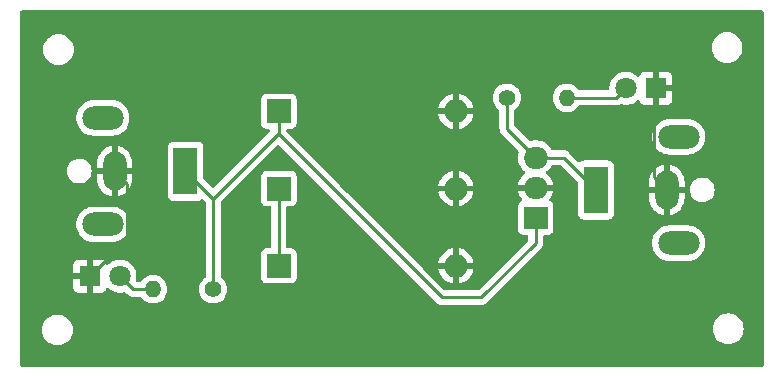
<source format=gbr>
%TF.GenerationSoftware,KiCad,Pcbnew,(7.0.0)*%
%TF.CreationDate,2024-12-23T20:55:22+00:00*%
%TF.ProjectId,5v Voltage Regulator,35762056-6f6c-4746-9167-652052656775,rev?*%
%TF.SameCoordinates,Original*%
%TF.FileFunction,Copper,L1,Top*%
%TF.FilePolarity,Positive*%
%FSLAX46Y46*%
G04 Gerber Fmt 4.6, Leading zero omitted, Abs format (unit mm)*
G04 Created by KiCad (PCBNEW (7.0.0)) date 2024-12-23 20:55:22*
%MOMM*%
%LPD*%
G01*
G04 APERTURE LIST*
%TA.AperFunction,ComponentPad*%
%ADD10R,2.000000X1.905000*%
%TD*%
%TA.AperFunction,ComponentPad*%
%ADD11O,2.000000X1.905000*%
%TD*%
%TA.AperFunction,ComponentPad*%
%ADD12C,1.400000*%
%TD*%
%TA.AperFunction,ComponentPad*%
%ADD13O,1.400000X1.400000*%
%TD*%
%TA.AperFunction,ComponentPad*%
%ADD14R,2.000000X4.000000*%
%TD*%
%TA.AperFunction,ComponentPad*%
%ADD15O,2.000000X3.300000*%
%TD*%
%TA.AperFunction,ComponentPad*%
%ADD16O,3.500000X2.000000*%
%TD*%
%TA.AperFunction,ComponentPad*%
%ADD17R,1.800000X1.800000*%
%TD*%
%TA.AperFunction,ComponentPad*%
%ADD18C,1.800000*%
%TD*%
%TA.AperFunction,ComponentPad*%
%ADD19R,2.000000X2.000000*%
%TD*%
%TA.AperFunction,ComponentPad*%
%ADD20O,2.000000X2.000000*%
%TD*%
%TA.AperFunction,Conductor*%
%ADD21C,0.250000*%
%TD*%
G04 APERTURE END LIST*
D10*
%TO.P,U1,1,VI*%
%TO.N,+12V*%
X212544999Y-108539999D03*
D11*
%TO.P,U1,2,GND*%
%TO.N,GND*%
X212544999Y-105999999D03*
%TO.P,U1,3,VO*%
%TO.N,/OUT*%
X212544999Y-103459999D03*
%TD*%
D12*
%TO.P,R2,1*%
%TO.N,/OUT*%
X210110000Y-98400000D03*
D13*
%TO.P,R2,2*%
%TO.N,Net-(D2-A)*%
X215189999Y-98399999D03*
%TD*%
D12*
%TO.P,R1,1*%
%TO.N,+12V*%
X185240000Y-114600000D03*
D13*
%TO.P,R1,2*%
%TO.N,Net-(D1-A)*%
X180159999Y-114599999D03*
%TD*%
D14*
%TO.P,J2,1*%
%TO.N,/OUT*%
X217649999Y-106199999D03*
D15*
%TO.P,J2,2*%
%TO.N,GND*%
X223649999Y-106199999D03*
D16*
%TO.P,J2,MP*%
%TO.N,N/C*%
X224649999Y-110699999D03*
X224649999Y-101699999D03*
%TD*%
D14*
%TO.P,J1,1*%
%TO.N,+12V*%
X182899999Y-104599999D03*
D15*
%TO.P,J1,2*%
%TO.N,GND*%
X176899999Y-104599999D03*
D16*
%TO.P,J1,MP*%
%TO.N,N/C*%
X175899999Y-100099999D03*
X175899999Y-109099999D03*
%TD*%
D17*
%TO.P,D2,1,K*%
%TO.N,GND*%
X222724999Y-97599999D03*
D18*
%TO.P,D2,2,A*%
%TO.N,Net-(D2-A)*%
X220185000Y-97600000D03*
%TD*%
D17*
%TO.P,D1,1,K*%
%TO.N,GND*%
X174799999Y-113499999D03*
D18*
%TO.P,D1,2,A*%
%TO.N,Net-(D1-A)*%
X177340000Y-113500000D03*
%TD*%
D19*
%TO.P,C3,1*%
%TO.N,/OUT*%
X190799999Y-112612499D03*
D20*
%TO.P,C3,2*%
%TO.N,GND*%
X205799999Y-112612499D03*
%TD*%
D19*
%TO.P,C2,1*%
%TO.N,/OUT*%
X190799999Y-106077499D03*
D20*
%TO.P,C2,2*%
%TO.N,GND*%
X205799999Y-106077499D03*
%TD*%
D19*
%TO.P,C1,1*%
%TO.N,+12V*%
X190799999Y-99542499D03*
D20*
%TO.P,C1,2*%
%TO.N,GND*%
X205799999Y-99542499D03*
%TD*%
D21*
%TO.N,+12V*%
X190800000Y-101500000D02*
X190800000Y-99542500D01*
X207950000Y-115300000D02*
X204600000Y-115300000D01*
X204600000Y-115300000D02*
X190800000Y-101500000D01*
X212545000Y-108540000D02*
X212545000Y-110705000D01*
X212545000Y-110705000D02*
X207950000Y-115300000D01*
%TO.N,GND*%
X222575000Y-105125000D02*
X223650000Y-106200000D01*
X222575000Y-97750000D02*
X222575000Y-105125000D01*
X222725000Y-97600000D02*
X222575000Y-97750000D01*
%TO.N,Net-(D2-A)*%
X219385000Y-98400000D02*
X220185000Y-97600000D01*
X215190000Y-98400000D02*
X219385000Y-98400000D01*
%TO.N,/OUT*%
X214910000Y-103460000D02*
X217650000Y-106200000D01*
X212545000Y-103460000D02*
X214910000Y-103460000D01*
X210110000Y-101025000D02*
X212545000Y-103460000D01*
X210110000Y-98400000D02*
X210110000Y-101025000D01*
%TO.N,GND*%
X205800000Y-99542500D02*
X205800000Y-106077500D01*
X205800000Y-106077500D02*
X205800000Y-112612500D01*
%TO.N,/OUT*%
X190800000Y-106077500D02*
X190800000Y-112612500D01*
%TO.N,+12V*%
X190800000Y-101380000D02*
X190800000Y-99542500D01*
X185240000Y-106940000D02*
X190800000Y-101380000D01*
X185240000Y-106940000D02*
X182900000Y-104600000D01*
X185240000Y-114600000D02*
X185240000Y-106940000D01*
%TO.N,Net-(D1-A)*%
X178440000Y-114600000D02*
X177340000Y-113500000D01*
X180160000Y-114600000D02*
X178440000Y-114600000D01*
%TO.N,GND*%
X177975000Y-110325000D02*
X174800000Y-113500000D01*
X177975000Y-105675000D02*
X177975000Y-110325000D01*
X176900000Y-104600000D02*
X177975000Y-105675000D01*
%TD*%
%TA.AperFunction,Conductor*%
%TO.N,GND*%
G36*
X231787500Y-91017113D02*
G01*
X231832887Y-91062500D01*
X231849500Y-91124500D01*
X231849500Y-121025500D01*
X231832887Y-121087500D01*
X231787500Y-121132887D01*
X231725500Y-121149500D01*
X169024500Y-121149500D01*
X168962500Y-121132887D01*
X168917113Y-121087500D01*
X168900500Y-121025500D01*
X168900500Y-118050000D01*
X170744532Y-118050000D01*
X170764365Y-118276692D01*
X170765762Y-118281907D01*
X170765764Y-118281916D01*
X170821858Y-118491263D01*
X170821861Y-118491271D01*
X170823261Y-118496496D01*
X170919432Y-118702734D01*
X171049953Y-118889139D01*
X171210861Y-119050047D01*
X171397266Y-119180568D01*
X171603504Y-119276739D01*
X171823308Y-119335635D01*
X171993216Y-119350500D01*
X172104075Y-119350500D01*
X172106784Y-119350500D01*
X172276692Y-119335635D01*
X172496496Y-119276739D01*
X172702734Y-119180568D01*
X172889139Y-119050047D01*
X173050047Y-118889139D01*
X173180568Y-118702734D01*
X173276739Y-118496496D01*
X173335635Y-118276692D01*
X173355468Y-118050000D01*
X173346719Y-117950000D01*
X227544532Y-117950000D01*
X227564365Y-118176692D01*
X227565762Y-118181907D01*
X227565764Y-118181916D01*
X227621858Y-118391263D01*
X227621861Y-118391271D01*
X227623261Y-118396496D01*
X227719432Y-118602734D01*
X227849953Y-118789139D01*
X228010861Y-118950047D01*
X228197266Y-119080568D01*
X228403504Y-119176739D01*
X228408734Y-119178140D01*
X228408736Y-119178141D01*
X228618083Y-119234235D01*
X228623308Y-119235635D01*
X228793216Y-119250500D01*
X228904075Y-119250500D01*
X228906784Y-119250500D01*
X229076692Y-119235635D01*
X229296496Y-119176739D01*
X229502734Y-119080568D01*
X229689139Y-118950047D01*
X229850047Y-118789139D01*
X229980568Y-118602734D01*
X230076739Y-118396496D01*
X230135635Y-118176692D01*
X230155468Y-117950000D01*
X230135635Y-117723308D01*
X230076739Y-117503504D01*
X229980568Y-117297266D01*
X229850047Y-117110861D01*
X229689139Y-116949953D01*
X229627224Y-116906600D01*
X229507173Y-116822540D01*
X229507171Y-116822539D01*
X229502734Y-116819432D01*
X229383631Y-116763893D01*
X229301405Y-116725550D01*
X229301403Y-116725549D01*
X229296496Y-116723261D01*
X229291271Y-116721861D01*
X229291263Y-116721858D01*
X229081916Y-116665764D01*
X229081907Y-116665762D01*
X229076692Y-116664365D01*
X229071304Y-116663893D01*
X229071301Y-116663893D01*
X228909484Y-116649736D01*
X228909479Y-116649735D01*
X228906784Y-116649500D01*
X228793216Y-116649500D01*
X228790521Y-116649735D01*
X228790515Y-116649736D01*
X228628698Y-116663893D01*
X228628693Y-116663893D01*
X228623308Y-116664365D01*
X228618094Y-116665762D01*
X228618083Y-116665764D01*
X228408736Y-116721858D01*
X228408724Y-116721862D01*
X228403504Y-116723261D01*
X228398599Y-116725547D01*
X228398594Y-116725550D01*
X228202176Y-116817142D01*
X228202172Y-116817144D01*
X228197266Y-116819432D01*
X228192833Y-116822535D01*
X228192826Y-116822540D01*
X228015296Y-116946847D01*
X228015291Y-116946850D01*
X228010861Y-116949953D01*
X228007037Y-116953776D01*
X228007031Y-116953782D01*
X227853782Y-117107031D01*
X227853776Y-117107037D01*
X227849953Y-117110861D01*
X227846850Y-117115291D01*
X227846847Y-117115296D01*
X227722540Y-117292826D01*
X227722535Y-117292833D01*
X227719432Y-117297266D01*
X227717144Y-117302172D01*
X227717142Y-117302176D01*
X227625550Y-117498594D01*
X227625547Y-117498599D01*
X227623261Y-117503504D01*
X227621862Y-117508724D01*
X227621858Y-117508736D01*
X227565764Y-117718083D01*
X227565762Y-117718094D01*
X227564365Y-117723308D01*
X227563893Y-117728693D01*
X227563893Y-117728698D01*
X227545004Y-117944605D01*
X227544532Y-117950000D01*
X173346719Y-117950000D01*
X173335635Y-117823308D01*
X173334235Y-117818083D01*
X173278141Y-117608736D01*
X173278140Y-117608734D01*
X173276739Y-117603504D01*
X173180568Y-117397266D01*
X173050047Y-117210861D01*
X172889139Y-117049953D01*
X172827224Y-117006600D01*
X172707173Y-116922540D01*
X172707171Y-116922539D01*
X172702734Y-116919432D01*
X172496496Y-116823261D01*
X172491271Y-116821861D01*
X172491263Y-116821858D01*
X172281916Y-116765764D01*
X172281907Y-116765762D01*
X172276692Y-116764365D01*
X172271304Y-116763893D01*
X172271301Y-116763893D01*
X172109484Y-116749736D01*
X172109479Y-116749735D01*
X172106784Y-116749500D01*
X171993216Y-116749500D01*
X171990521Y-116749735D01*
X171990515Y-116749736D01*
X171828698Y-116763893D01*
X171828693Y-116763893D01*
X171823308Y-116764365D01*
X171818094Y-116765762D01*
X171818083Y-116765764D01*
X171608736Y-116821858D01*
X171608724Y-116821862D01*
X171603504Y-116823261D01*
X171598599Y-116825547D01*
X171598594Y-116825550D01*
X171402176Y-116917142D01*
X171402172Y-116917144D01*
X171397266Y-116919432D01*
X171392833Y-116922535D01*
X171392826Y-116922540D01*
X171215296Y-117046847D01*
X171215291Y-117046850D01*
X171210861Y-117049953D01*
X171207037Y-117053776D01*
X171207031Y-117053782D01*
X171053782Y-117207031D01*
X171053776Y-117207037D01*
X171049953Y-117210861D01*
X171046850Y-117215291D01*
X171046847Y-117215296D01*
X170922540Y-117392826D01*
X170922535Y-117392833D01*
X170919432Y-117397266D01*
X170917144Y-117402172D01*
X170917142Y-117402176D01*
X170825550Y-117598594D01*
X170825547Y-117598599D01*
X170823261Y-117603504D01*
X170821862Y-117608724D01*
X170821858Y-117608736D01*
X170765764Y-117818083D01*
X170765762Y-117818094D01*
X170764365Y-117823308D01*
X170744532Y-118050000D01*
X168900500Y-118050000D01*
X168900500Y-114444518D01*
X173400000Y-114444518D01*
X173400353Y-114451114D01*
X173405573Y-114499667D01*
X173409111Y-114514641D01*
X173453547Y-114633777D01*
X173461962Y-114649189D01*
X173537498Y-114750092D01*
X173549907Y-114762501D01*
X173650810Y-114838037D01*
X173666222Y-114846452D01*
X173785358Y-114890888D01*
X173800332Y-114894426D01*
X173848885Y-114899646D01*
X173855482Y-114900000D01*
X174533674Y-114900000D01*
X174546549Y-114896549D01*
X174550000Y-114883674D01*
X175050000Y-114883674D01*
X175053450Y-114896549D01*
X175066326Y-114900000D01*
X175744518Y-114900000D01*
X175751114Y-114899646D01*
X175799667Y-114894426D01*
X175814641Y-114890888D01*
X175933777Y-114846452D01*
X175949189Y-114838037D01*
X176050092Y-114762501D01*
X176062501Y-114750092D01*
X176138037Y-114649189D01*
X176146452Y-114633777D01*
X176172075Y-114565081D01*
X176208026Y-114513867D01*
X176264408Y-114486729D01*
X176326862Y-114490577D01*
X176379486Y-114524430D01*
X176388216Y-114533913D01*
X176571374Y-114676470D01*
X176775497Y-114786936D01*
X176995019Y-114862298D01*
X177223951Y-114900500D01*
X177450916Y-114900500D01*
X177456049Y-114900500D01*
X177684981Y-114862298D01*
X177710576Y-114853510D01*
X177778788Y-114849983D01*
X177838521Y-114883111D01*
X177942713Y-114987304D01*
X177950160Y-114995489D01*
X177954214Y-115001877D01*
X177995511Y-115040658D01*
X178003223Y-115047900D01*
X178006019Y-115050610D01*
X178025529Y-115070120D01*
X178028709Y-115072587D01*
X178037571Y-115080155D01*
X178051020Y-115092785D01*
X178063732Y-115104723D01*
X178063734Y-115104724D01*
X178069418Y-115110062D01*
X178076251Y-115113818D01*
X178076252Y-115113819D01*
X178086973Y-115119713D01*
X178103234Y-115130394D01*
X178119064Y-115142673D01*
X178159154Y-115160021D01*
X178169631Y-115165154D01*
X178207908Y-115186197D01*
X178224957Y-115190574D01*
X178227305Y-115191177D01*
X178245719Y-115197481D01*
X178264104Y-115205438D01*
X178307265Y-115212273D01*
X178318664Y-115214634D01*
X178360981Y-115225500D01*
X178381017Y-115225500D01*
X178400402Y-115227025D01*
X178420196Y-115230160D01*
X178458276Y-115226560D01*
X178463676Y-115226050D01*
X178475345Y-115225500D01*
X179066258Y-115225500D01*
X179121530Y-115238500D01*
X179165212Y-115274773D01*
X179265561Y-115407658D01*
X179265566Y-115407663D01*
X179269019Y-115412236D01*
X179273255Y-115416097D01*
X179273259Y-115416102D01*
X179385603Y-115518517D01*
X179433438Y-115562124D01*
X179622599Y-115679247D01*
X179830060Y-115759618D01*
X180048757Y-115800500D01*
X180265514Y-115800500D01*
X180271243Y-115800500D01*
X180489940Y-115759618D01*
X180697401Y-115679247D01*
X180886562Y-115562124D01*
X181050981Y-115412236D01*
X181185058Y-115234689D01*
X181284229Y-115035528D01*
X181345115Y-114821536D01*
X181365643Y-114600000D01*
X181345115Y-114378464D01*
X181284229Y-114164472D01*
X181198613Y-113992532D01*
X181187612Y-113970440D01*
X181187611Y-113970439D01*
X181185058Y-113965311D01*
X181181605Y-113960738D01*
X181054438Y-113792341D01*
X181054434Y-113792337D01*
X181050981Y-113787764D01*
X181046744Y-113783901D01*
X181046740Y-113783897D01*
X180890796Y-113641736D01*
X180890797Y-113641736D01*
X180886562Y-113637876D01*
X180881691Y-113634860D01*
X180881690Y-113634859D01*
X180702275Y-113523771D01*
X180702276Y-113523771D01*
X180697401Y-113520753D01*
X180643831Y-113500000D01*
X180495286Y-113442453D01*
X180495285Y-113442452D01*
X180489940Y-113440382D01*
X180484302Y-113439328D01*
X180276872Y-113400552D01*
X180276869Y-113400551D01*
X180271243Y-113399500D01*
X180048757Y-113399500D01*
X180043131Y-113400551D01*
X180043127Y-113400552D01*
X179835697Y-113439328D01*
X179835694Y-113439328D01*
X179830060Y-113440382D01*
X179824717Y-113442451D01*
X179824713Y-113442453D01*
X179627941Y-113518683D01*
X179627936Y-113518685D01*
X179622599Y-113520753D01*
X179617727Y-113523769D01*
X179617724Y-113523771D01*
X179438309Y-113634859D01*
X179438301Y-113634864D01*
X179433438Y-113637876D01*
X179429207Y-113641732D01*
X179429203Y-113641736D01*
X179273259Y-113783897D01*
X179273249Y-113783907D01*
X179269019Y-113787764D01*
X179265570Y-113792330D01*
X179265561Y-113792341D01*
X179165212Y-113925227D01*
X179121530Y-113961500D01*
X179066258Y-113974500D01*
X178823863Y-113974500D01*
X178769402Y-113961900D01*
X178726009Y-113926662D01*
X178702502Y-113875946D01*
X178703658Y-113820059D01*
X178711836Y-113787764D01*
X178726134Y-113731305D01*
X178745300Y-113500000D01*
X178726134Y-113268695D01*
X178669157Y-113043700D01*
X178575924Y-112831151D01*
X178448979Y-112636847D01*
X178291784Y-112466087D01*
X178155449Y-112359974D01*
X178112672Y-112326679D01*
X178112671Y-112326678D01*
X178108626Y-112323530D01*
X177972583Y-112249907D01*
X177909007Y-112215501D01*
X177909002Y-112215499D01*
X177904503Y-112213064D01*
X177899657Y-112211400D01*
X177899654Y-112211399D01*
X177689834Y-112139368D01*
X177689833Y-112139367D01*
X177684981Y-112137702D01*
X177679931Y-112136859D01*
X177679922Y-112136857D01*
X177461111Y-112100344D01*
X177461102Y-112100343D01*
X177456049Y-112099500D01*
X177223951Y-112099500D01*
X177218898Y-112100343D01*
X177218888Y-112100344D01*
X177000077Y-112136857D01*
X177000065Y-112136859D01*
X176995019Y-112137702D01*
X176990169Y-112139366D01*
X176990165Y-112139368D01*
X176780345Y-112211399D01*
X176780337Y-112211402D01*
X176775497Y-112213064D01*
X176771001Y-112215496D01*
X176770992Y-112215501D01*
X176575882Y-112321090D01*
X176575878Y-112321092D01*
X176571374Y-112323530D01*
X176567334Y-112326674D01*
X176567327Y-112326679D01*
X176392263Y-112462936D01*
X176392255Y-112462943D01*
X176388216Y-112466087D01*
X176384743Y-112469858D01*
X176384736Y-112469866D01*
X176379481Y-112475574D01*
X176326857Y-112509424D01*
X176264405Y-112513269D01*
X176208025Y-112486131D01*
X176172075Y-112434918D01*
X176146452Y-112366222D01*
X176138037Y-112350810D01*
X176062501Y-112249907D01*
X176050092Y-112237498D01*
X175949189Y-112161962D01*
X175933777Y-112153547D01*
X175814641Y-112109111D01*
X175799667Y-112105573D01*
X175751114Y-112100353D01*
X175744518Y-112100000D01*
X175066326Y-112100000D01*
X175053450Y-112103450D01*
X175050000Y-112116326D01*
X175050000Y-114883674D01*
X174550000Y-114883674D01*
X174550000Y-113766326D01*
X174546549Y-113753450D01*
X174533674Y-113750000D01*
X173416326Y-113750000D01*
X173403450Y-113753450D01*
X173400000Y-113766326D01*
X173400000Y-114444518D01*
X168900500Y-114444518D01*
X168900500Y-113233674D01*
X173400000Y-113233674D01*
X173403450Y-113246549D01*
X173416326Y-113250000D01*
X174533674Y-113250000D01*
X174546549Y-113246549D01*
X174550000Y-113233674D01*
X174550000Y-112116326D01*
X174546549Y-112103450D01*
X174533674Y-112100000D01*
X173855482Y-112100000D01*
X173848885Y-112100353D01*
X173800332Y-112105573D01*
X173785358Y-112109111D01*
X173666222Y-112153547D01*
X173650810Y-112161962D01*
X173549907Y-112237498D01*
X173537498Y-112249907D01*
X173461962Y-112350810D01*
X173453547Y-112366222D01*
X173409111Y-112485358D01*
X173405573Y-112500332D01*
X173400353Y-112548885D01*
X173400000Y-112555482D01*
X173400000Y-113233674D01*
X168900500Y-113233674D01*
X168900500Y-109224335D01*
X173649500Y-109224335D01*
X173650343Y-109229387D01*
X173650344Y-109229398D01*
X173658454Y-109277997D01*
X173690429Y-109469614D01*
X173692093Y-109474461D01*
X173692094Y-109474465D01*
X173769507Y-109699962D01*
X173769510Y-109699969D01*
X173771172Y-109704810D01*
X173773607Y-109709310D01*
X173773610Y-109709316D01*
X173861889Y-109872440D01*
X173889526Y-109923509D01*
X173892676Y-109927557D01*
X173892678Y-109927559D01*
X173936514Y-109983879D01*
X174042262Y-110119744D01*
X174046029Y-110123211D01*
X174046032Y-110123215D01*
X174221439Y-110284688D01*
X174225215Y-110288164D01*
X174282414Y-110325534D01*
X174429099Y-110421368D01*
X174429102Y-110421369D01*
X174433393Y-110424173D01*
X174661119Y-110524063D01*
X174902179Y-110585108D01*
X175087933Y-110600500D01*
X176709497Y-110600500D01*
X176712067Y-110600500D01*
X176897821Y-110585108D01*
X177138881Y-110524063D01*
X177366607Y-110424173D01*
X177574785Y-110288164D01*
X177757738Y-110119744D01*
X177910474Y-109923509D01*
X178028828Y-109704810D01*
X178109571Y-109469614D01*
X178150500Y-109224335D01*
X178150500Y-108975665D01*
X178109571Y-108730386D01*
X178028828Y-108495190D01*
X177910474Y-108276491D01*
X177757738Y-108080256D01*
X177753970Y-108076787D01*
X177753967Y-108076784D01*
X177578560Y-107915311D01*
X177578559Y-107915310D01*
X177574785Y-107911836D01*
X177566885Y-107906675D01*
X177370900Y-107778631D01*
X177370893Y-107778627D01*
X177366607Y-107775827D01*
X177361916Y-107773769D01*
X177361910Y-107773766D01*
X177143577Y-107677997D01*
X177143578Y-107677997D01*
X177138881Y-107675937D01*
X177133911Y-107674678D01*
X177133910Y-107674678D01*
X176902795Y-107616151D01*
X176902788Y-107616149D01*
X176897821Y-107614892D01*
X176892709Y-107614468D01*
X176892701Y-107614467D01*
X176714633Y-107599712D01*
X176714617Y-107599711D01*
X176712067Y-107599500D01*
X175087933Y-107599500D01*
X175085383Y-107599711D01*
X175085366Y-107599712D01*
X174907298Y-107614467D01*
X174907288Y-107614468D01*
X174902179Y-107614892D01*
X174897213Y-107616149D01*
X174897204Y-107616151D01*
X174666089Y-107674678D01*
X174666084Y-107674679D01*
X174661119Y-107675937D01*
X174656425Y-107677995D01*
X174656422Y-107677997D01*
X174438089Y-107773766D01*
X174438077Y-107773772D01*
X174433393Y-107775827D01*
X174429111Y-107778624D01*
X174429099Y-107778631D01*
X174229512Y-107909028D01*
X174229506Y-107909031D01*
X174225215Y-107911836D01*
X174221446Y-107915305D01*
X174221439Y-107915311D01*
X174046032Y-108076784D01*
X174046023Y-108076793D01*
X174042262Y-108080256D01*
X174039113Y-108084301D01*
X174039111Y-108084304D01*
X173892678Y-108272440D01*
X173892672Y-108272448D01*
X173889526Y-108276491D01*
X173887088Y-108280995D01*
X173887084Y-108281002D01*
X173773610Y-108490683D01*
X173773605Y-108490693D01*
X173771172Y-108495190D01*
X173769511Y-108500026D01*
X173769507Y-108500037D01*
X173692094Y-108725534D01*
X173692092Y-108725541D01*
X173690429Y-108730386D01*
X173689585Y-108735441D01*
X173689585Y-108735443D01*
X173650344Y-108970601D01*
X173650343Y-108970613D01*
X173649500Y-108975665D01*
X173649500Y-109224335D01*
X168900500Y-109224335D01*
X168900500Y-104600000D01*
X172844417Y-104600000D01*
X172845014Y-104606061D01*
X172864102Y-104799869D01*
X172864103Y-104799875D01*
X172864700Y-104805934D01*
X172866467Y-104811759D01*
X172866468Y-104811764D01*
X172883019Y-104866326D01*
X172924768Y-105003954D01*
X172927638Y-105009323D01*
X172927640Y-105009328D01*
X173010607Y-105164547D01*
X173022315Y-105186450D01*
X173153590Y-105346410D01*
X173313550Y-105477685D01*
X173496046Y-105575232D01*
X173694066Y-105635300D01*
X173848392Y-105650500D01*
X173948558Y-105650500D01*
X173951608Y-105650500D01*
X174105934Y-105635300D01*
X174303954Y-105575232D01*
X174486450Y-105477685D01*
X174646410Y-105346410D01*
X174676723Y-105309473D01*
X175400000Y-105309473D01*
X175400212Y-105314609D01*
X175414962Y-105492618D01*
X175416646Y-105502712D01*
X175475153Y-105733747D01*
X175478472Y-105743414D01*
X175574207Y-105961671D01*
X175579072Y-105970661D01*
X175709424Y-106170179D01*
X175715707Y-106178252D01*
X175877127Y-106353600D01*
X175884637Y-106360513D01*
X176072718Y-106506903D01*
X176081276Y-106512495D01*
X176290885Y-106625929D01*
X176300239Y-106630032D01*
X176525658Y-106707418D01*
X176535567Y-106709927D01*
X176636679Y-106726800D01*
X176647636Y-106726233D01*
X176650000Y-106715516D01*
X177150000Y-106715516D01*
X177152363Y-106726233D01*
X177163320Y-106726800D01*
X177264432Y-106709927D01*
X177274341Y-106707418D01*
X177457389Y-106644578D01*
X181399500Y-106644578D01*
X181399501Y-106647872D01*
X181399853Y-106651150D01*
X181399854Y-106651161D01*
X181405079Y-106699768D01*
X181405080Y-106699773D01*
X181405909Y-106707483D01*
X181408619Y-106714749D01*
X181408620Y-106714753D01*
X181435362Y-106786450D01*
X181456204Y-106842331D01*
X181461518Y-106849430D01*
X181461519Y-106849431D01*
X181537008Y-106950272D01*
X181542454Y-106957546D01*
X181657669Y-107043796D01*
X181792517Y-107094091D01*
X181852127Y-107100500D01*
X183947872Y-107100499D01*
X184007483Y-107094091D01*
X184142331Y-107043796D01*
X184149432Y-107038480D01*
X184149436Y-107038478D01*
X184237532Y-106972529D01*
X184291279Y-106949512D01*
X184349599Y-106953683D01*
X184399524Y-106984114D01*
X184578181Y-107162771D01*
X184605061Y-107202999D01*
X184614500Y-107250452D01*
X184614500Y-113506233D01*
X184598829Y-113566572D01*
X184555778Y-113611660D01*
X184518307Y-113634860D01*
X184518297Y-113634866D01*
X184513438Y-113637876D01*
X184509207Y-113641732D01*
X184509203Y-113641736D01*
X184353259Y-113783897D01*
X184353249Y-113783907D01*
X184349019Y-113787764D01*
X184345570Y-113792330D01*
X184345561Y-113792341D01*
X184218394Y-113960738D01*
X184218387Y-113960748D01*
X184214942Y-113965311D01*
X184212392Y-113970431D01*
X184212387Y-113970440D01*
X184118325Y-114159341D01*
X184118321Y-114159349D01*
X184115771Y-114164472D01*
X184114205Y-114169975D01*
X184114201Y-114169986D01*
X184059241Y-114363153D01*
X184054885Y-114378464D01*
X184054356Y-114384169D01*
X184054356Y-114384171D01*
X184041359Y-114524430D01*
X184034357Y-114600000D01*
X184054885Y-114821536D01*
X184059580Y-114838037D01*
X184114201Y-115030013D01*
X184114204Y-115030021D01*
X184115771Y-115035528D01*
X184118323Y-115040653D01*
X184118325Y-115040658D01*
X184212387Y-115229559D01*
X184212389Y-115229563D01*
X184214942Y-115234689D01*
X184218391Y-115239256D01*
X184218394Y-115239261D01*
X184345561Y-115407658D01*
X184345566Y-115407663D01*
X184349019Y-115412236D01*
X184353255Y-115416097D01*
X184353259Y-115416102D01*
X184465603Y-115518517D01*
X184513438Y-115562124D01*
X184702599Y-115679247D01*
X184910060Y-115759618D01*
X185128757Y-115800500D01*
X185345514Y-115800500D01*
X185351243Y-115800500D01*
X185569940Y-115759618D01*
X185777401Y-115679247D01*
X185966562Y-115562124D01*
X186130981Y-115412236D01*
X186265058Y-115234689D01*
X186364229Y-115035528D01*
X186425115Y-114821536D01*
X186445643Y-114600000D01*
X186425115Y-114378464D01*
X186364229Y-114164472D01*
X186278613Y-113992532D01*
X186267612Y-113970440D01*
X186267611Y-113970439D01*
X186265058Y-113965311D01*
X186261605Y-113960738D01*
X186134438Y-113792341D01*
X186134434Y-113792337D01*
X186130981Y-113787764D01*
X186126744Y-113783901D01*
X186126740Y-113783897D01*
X185987625Y-113657078D01*
X189299500Y-113657078D01*
X189299501Y-113660372D01*
X189299853Y-113663650D01*
X189299854Y-113663661D01*
X189305079Y-113712268D01*
X189305080Y-113712273D01*
X189305909Y-113719983D01*
X189308619Y-113727249D01*
X189308620Y-113727253D01*
X189332897Y-113792341D01*
X189356204Y-113854831D01*
X189361518Y-113861930D01*
X189361519Y-113861931D01*
X189425154Y-113946937D01*
X189442454Y-113970046D01*
X189557669Y-114056296D01*
X189692517Y-114106591D01*
X189752127Y-114113000D01*
X191847872Y-114112999D01*
X191907483Y-114106591D01*
X192042331Y-114056296D01*
X192157546Y-113970046D01*
X192243796Y-113854831D01*
X192294091Y-113719983D01*
X192300500Y-113660373D01*
X192300499Y-111564628D01*
X192294091Y-111505017D01*
X192243796Y-111370169D01*
X192157546Y-111254954D01*
X192076688Y-111194424D01*
X192049431Y-111174019D01*
X192049430Y-111174018D01*
X192042331Y-111168704D01*
X191907483Y-111118409D01*
X191899770Y-111117579D01*
X191899767Y-111117579D01*
X191851180Y-111112355D01*
X191851169Y-111112354D01*
X191847873Y-111112000D01*
X191844551Y-111112000D01*
X191549500Y-111112000D01*
X191487500Y-111095387D01*
X191442113Y-111050000D01*
X191425500Y-110988000D01*
X191425500Y-107701999D01*
X191442113Y-107639999D01*
X191487500Y-107594612D01*
X191549500Y-107577999D01*
X191844561Y-107577999D01*
X191847872Y-107577999D01*
X191907483Y-107571591D01*
X192042331Y-107521296D01*
X192157546Y-107435046D01*
X192243796Y-107319831D01*
X192294091Y-107184983D01*
X192300500Y-107125373D01*
X192300499Y-105029628D01*
X192294091Y-104970017D01*
X192243796Y-104835169D01*
X192157546Y-104719954D01*
X192042331Y-104633704D01*
X191951966Y-104600000D01*
X191914752Y-104586120D01*
X191914750Y-104586119D01*
X191907483Y-104583409D01*
X191899770Y-104582579D01*
X191899767Y-104582579D01*
X191851180Y-104577355D01*
X191851169Y-104577354D01*
X191847873Y-104577000D01*
X191844550Y-104577000D01*
X189755439Y-104577000D01*
X189755420Y-104577000D01*
X189752128Y-104577001D01*
X189748850Y-104577353D01*
X189748838Y-104577354D01*
X189700231Y-104582579D01*
X189700225Y-104582580D01*
X189692517Y-104583409D01*
X189685252Y-104586118D01*
X189685246Y-104586120D01*
X189565980Y-104630604D01*
X189565978Y-104630604D01*
X189557669Y-104633704D01*
X189550572Y-104639016D01*
X189550568Y-104639019D01*
X189449550Y-104714641D01*
X189449546Y-104714644D01*
X189442454Y-104719954D01*
X189437144Y-104727046D01*
X189437141Y-104727050D01*
X189361519Y-104828068D01*
X189361516Y-104828072D01*
X189356204Y-104835169D01*
X189353104Y-104843478D01*
X189353104Y-104843480D01*
X189308620Y-104962747D01*
X189308619Y-104962750D01*
X189305909Y-104970017D01*
X189305079Y-104977727D01*
X189305079Y-104977732D01*
X189299855Y-105026319D01*
X189299854Y-105026331D01*
X189299500Y-105029627D01*
X189299500Y-105032948D01*
X189299500Y-105032949D01*
X189299500Y-107122060D01*
X189299500Y-107122078D01*
X189299501Y-107125372D01*
X189299853Y-107128650D01*
X189299854Y-107128661D01*
X189305079Y-107177268D01*
X189305080Y-107177273D01*
X189305909Y-107184983D01*
X189308619Y-107192249D01*
X189308620Y-107192253D01*
X189330234Y-107250201D01*
X189356204Y-107319831D01*
X189361518Y-107326930D01*
X189361519Y-107326931D01*
X189366621Y-107333747D01*
X189442454Y-107435046D01*
X189557669Y-107521296D01*
X189692517Y-107571591D01*
X189752127Y-107578000D01*
X190050500Y-107578000D01*
X190112500Y-107594613D01*
X190157887Y-107640000D01*
X190174500Y-107702000D01*
X190174500Y-110988001D01*
X190157887Y-111050001D01*
X190112500Y-111095388D01*
X190050500Y-111112001D01*
X189752128Y-111112001D01*
X189748850Y-111112353D01*
X189748838Y-111112354D01*
X189700231Y-111117579D01*
X189700225Y-111117580D01*
X189692517Y-111118409D01*
X189685252Y-111121118D01*
X189685246Y-111121120D01*
X189565980Y-111165604D01*
X189565978Y-111165604D01*
X189557669Y-111168704D01*
X189550572Y-111174016D01*
X189550568Y-111174019D01*
X189449550Y-111249641D01*
X189449546Y-111249644D01*
X189442454Y-111254954D01*
X189437144Y-111262046D01*
X189437141Y-111262050D01*
X189361519Y-111363068D01*
X189361516Y-111363072D01*
X189356204Y-111370169D01*
X189353104Y-111378478D01*
X189353104Y-111378480D01*
X189308620Y-111497747D01*
X189308619Y-111497750D01*
X189305909Y-111505017D01*
X189305079Y-111512727D01*
X189305079Y-111512732D01*
X189299855Y-111561319D01*
X189299854Y-111561331D01*
X189299500Y-111564627D01*
X189299500Y-111567948D01*
X189299500Y-111567949D01*
X189299500Y-113657060D01*
X189299500Y-113657078D01*
X185987625Y-113657078D01*
X185970796Y-113641736D01*
X185970797Y-113641736D01*
X185966562Y-113637876D01*
X185961696Y-113634863D01*
X185961692Y-113634860D01*
X185924222Y-113611660D01*
X185881171Y-113566572D01*
X185865500Y-113506233D01*
X185865500Y-107250452D01*
X185874939Y-107202999D01*
X185901819Y-107162771D01*
X188275277Y-104789313D01*
X190652320Y-102412269D01*
X190707905Y-102380177D01*
X190772093Y-102380177D01*
X190827680Y-102412271D01*
X204102707Y-115687298D01*
X204110159Y-115695487D01*
X204114214Y-115701877D01*
X204163223Y-115747900D01*
X204166020Y-115750611D01*
X204185529Y-115770120D01*
X204188709Y-115772587D01*
X204197571Y-115780155D01*
X204210880Y-115792654D01*
X204223732Y-115804723D01*
X204223734Y-115804724D01*
X204229418Y-115810062D01*
X204236251Y-115813818D01*
X204236252Y-115813819D01*
X204246973Y-115819713D01*
X204263234Y-115830394D01*
X204279064Y-115842673D01*
X204319155Y-115860021D01*
X204329635Y-115865155D01*
X204367908Y-115886197D01*
X204387316Y-115891180D01*
X204405719Y-115897481D01*
X204416944Y-115902339D01*
X204416946Y-115902339D01*
X204424104Y-115905437D01*
X204467258Y-115912271D01*
X204478644Y-115914629D01*
X204520981Y-115925500D01*
X204541017Y-115925500D01*
X204560415Y-115927027D01*
X204572486Y-115928939D01*
X204572487Y-115928939D01*
X204580196Y-115930160D01*
X204618276Y-115926560D01*
X204623676Y-115926050D01*
X204635345Y-115925500D01*
X207872225Y-115925500D01*
X207883280Y-115926021D01*
X207890667Y-115927673D01*
X207957872Y-115925561D01*
X207961768Y-115925500D01*
X207985448Y-115925500D01*
X207989350Y-115925500D01*
X207993313Y-115924999D01*
X208004963Y-115924080D01*
X208048627Y-115922709D01*
X208067861Y-115917119D01*
X208086917Y-115913174D01*
X208106792Y-115910664D01*
X208147395Y-115894587D01*
X208158450Y-115890802D01*
X208200390Y-115878618D01*
X208217629Y-115868422D01*
X208235103Y-115859862D01*
X208246474Y-115855360D01*
X208246476Y-115855358D01*
X208253732Y-115852486D01*
X208289069Y-115826811D01*
X208298824Y-115820403D01*
X208336420Y-115798170D01*
X208350584Y-115784005D01*
X208365379Y-115771368D01*
X208381587Y-115759594D01*
X208409428Y-115725938D01*
X208417279Y-115717309D01*
X212932311Y-111202278D01*
X212940481Y-111194844D01*
X212946877Y-111190786D01*
X212992918Y-111141756D01*
X212995535Y-111139054D01*
X213015120Y-111119471D01*
X213017585Y-111116292D01*
X213025167Y-111107416D01*
X213055062Y-111075582D01*
X213064713Y-111058023D01*
X213075390Y-111041770D01*
X213087673Y-111025936D01*
X213105018Y-110985852D01*
X213110151Y-110975371D01*
X213131197Y-110937092D01*
X213136179Y-110917684D01*
X213142482Y-110899276D01*
X213150437Y-110880896D01*
X213157271Y-110837744D01*
X213159633Y-110826338D01*
X213160147Y-110824335D01*
X222399500Y-110824335D01*
X222400343Y-110829387D01*
X222400344Y-110829398D01*
X222434168Y-111032095D01*
X222440429Y-111069614D01*
X222442093Y-111074461D01*
X222442094Y-111074465D01*
X222519507Y-111299962D01*
X222519510Y-111299969D01*
X222521172Y-111304810D01*
X222523607Y-111309310D01*
X222523610Y-111309316D01*
X222631619Y-111508899D01*
X222639526Y-111523509D01*
X222642676Y-111527557D01*
X222642678Y-111527559D01*
X222671529Y-111564627D01*
X222792262Y-111719744D01*
X222796029Y-111723211D01*
X222796032Y-111723215D01*
X222971439Y-111884688D01*
X222975215Y-111888164D01*
X222994599Y-111900828D01*
X223179099Y-112021368D01*
X223179102Y-112021369D01*
X223183393Y-112024173D01*
X223411119Y-112124063D01*
X223652179Y-112185108D01*
X223837933Y-112200500D01*
X225459497Y-112200500D01*
X225462067Y-112200500D01*
X225647821Y-112185108D01*
X225888881Y-112124063D01*
X226116607Y-112024173D01*
X226324785Y-111888164D01*
X226507738Y-111719744D01*
X226660474Y-111523509D01*
X226778828Y-111304810D01*
X226859571Y-111069614D01*
X226900500Y-110824335D01*
X226900500Y-110575665D01*
X226859571Y-110330386D01*
X226778828Y-110095190D01*
X226660474Y-109876491D01*
X226507738Y-109680256D01*
X226503970Y-109676787D01*
X226503967Y-109676784D01*
X226328560Y-109515311D01*
X226328559Y-109515310D01*
X226324785Y-109511836D01*
X226316885Y-109506675D01*
X226120900Y-109378631D01*
X226120893Y-109378627D01*
X226116607Y-109375827D01*
X226111916Y-109373769D01*
X226111910Y-109373766D01*
X225893577Y-109277997D01*
X225893578Y-109277997D01*
X225888881Y-109275937D01*
X225883911Y-109274678D01*
X225883910Y-109274678D01*
X225652795Y-109216151D01*
X225652788Y-109216149D01*
X225647821Y-109214892D01*
X225642709Y-109214468D01*
X225642701Y-109214467D01*
X225464633Y-109199712D01*
X225464617Y-109199711D01*
X225462067Y-109199500D01*
X223837933Y-109199500D01*
X223835383Y-109199711D01*
X223835366Y-109199712D01*
X223657298Y-109214467D01*
X223657288Y-109214468D01*
X223652179Y-109214892D01*
X223647213Y-109216149D01*
X223647204Y-109216151D01*
X223416089Y-109274678D01*
X223416084Y-109274679D01*
X223411119Y-109275937D01*
X223406425Y-109277995D01*
X223406422Y-109277997D01*
X223188089Y-109373766D01*
X223188077Y-109373772D01*
X223183393Y-109375827D01*
X223179111Y-109378624D01*
X223179099Y-109378631D01*
X222979512Y-109509028D01*
X222979506Y-109509031D01*
X222975215Y-109511836D01*
X222971446Y-109515305D01*
X222971439Y-109515311D01*
X222796032Y-109676784D01*
X222796023Y-109676793D01*
X222792262Y-109680256D01*
X222789113Y-109684301D01*
X222789111Y-109684304D01*
X222642678Y-109872440D01*
X222642672Y-109872448D01*
X222639526Y-109876491D01*
X222637088Y-109880995D01*
X222637084Y-109881002D01*
X222523610Y-110090683D01*
X222523605Y-110090693D01*
X222521172Y-110095190D01*
X222519511Y-110100026D01*
X222519507Y-110100037D01*
X222442094Y-110325534D01*
X222442092Y-110325541D01*
X222440429Y-110330386D01*
X222439585Y-110335441D01*
X222439585Y-110335443D01*
X222400344Y-110570601D01*
X222400343Y-110570613D01*
X222399500Y-110575665D01*
X222399500Y-110824335D01*
X213160147Y-110824335D01*
X213170500Y-110784019D01*
X213170500Y-110763983D01*
X213172027Y-110744585D01*
X213173939Y-110732513D01*
X213173938Y-110732513D01*
X213175160Y-110724804D01*
X213171050Y-110681324D01*
X213170500Y-110669655D01*
X213170500Y-110116999D01*
X213187113Y-110054999D01*
X213232500Y-110009612D01*
X213294500Y-109992999D01*
X213589561Y-109992999D01*
X213592872Y-109992999D01*
X213652483Y-109986591D01*
X213787331Y-109936296D01*
X213902546Y-109850046D01*
X213988796Y-109734831D01*
X214039091Y-109599983D01*
X214045500Y-109540373D01*
X214045499Y-107539628D01*
X214039091Y-107480017D01*
X213988796Y-107345169D01*
X213902546Y-107229954D01*
X213787331Y-107143704D01*
X213756195Y-107132091D01*
X213708377Y-107099978D01*
X213680228Y-107049724D01*
X213677821Y-106992174D01*
X213701675Y-106939746D01*
X213809502Y-106801211D01*
X213815093Y-106792654D01*
X213924780Y-106589968D01*
X213928883Y-106580613D01*
X214003713Y-106362642D01*
X214006224Y-106352731D01*
X214021144Y-106263320D01*
X214020577Y-106252363D01*
X214009860Y-106250000D01*
X211080140Y-106250000D01*
X211069422Y-106252363D01*
X211068855Y-106263320D01*
X211083775Y-106352731D01*
X211086286Y-106362642D01*
X211161116Y-106580613D01*
X211165219Y-106589968D01*
X211274906Y-106792654D01*
X211280498Y-106801212D01*
X211388324Y-106939746D01*
X211412178Y-106992174D01*
X211409771Y-107049724D01*
X211381622Y-107099977D01*
X211333805Y-107132090D01*
X211310984Y-107140601D01*
X211310974Y-107140606D01*
X211302669Y-107143704D01*
X211295572Y-107149016D01*
X211295568Y-107149019D01*
X211194550Y-107224641D01*
X211194546Y-107224644D01*
X211187454Y-107229954D01*
X211182144Y-107237046D01*
X211182141Y-107237050D01*
X211106519Y-107338068D01*
X211106516Y-107338072D01*
X211101204Y-107345169D01*
X211098104Y-107353478D01*
X211098104Y-107353480D01*
X211053620Y-107472747D01*
X211053619Y-107472750D01*
X211050909Y-107480017D01*
X211050079Y-107487727D01*
X211050079Y-107487732D01*
X211044855Y-107536319D01*
X211044854Y-107536331D01*
X211044500Y-107539627D01*
X211044500Y-107542948D01*
X211044500Y-107542949D01*
X211044500Y-109537060D01*
X211044500Y-109537078D01*
X211044501Y-109540372D01*
X211044853Y-109543650D01*
X211044854Y-109543661D01*
X211050079Y-109592268D01*
X211050080Y-109592273D01*
X211050909Y-109599983D01*
X211053619Y-109607249D01*
X211053620Y-109607253D01*
X211079554Y-109676784D01*
X211101204Y-109734831D01*
X211187454Y-109850046D01*
X211302669Y-109936296D01*
X211437517Y-109986591D01*
X211497127Y-109993000D01*
X211795500Y-109993000D01*
X211857500Y-110009613D01*
X211902887Y-110055000D01*
X211919500Y-110117000D01*
X211919500Y-110394547D01*
X211910061Y-110442000D01*
X211883181Y-110482228D01*
X207727228Y-114638181D01*
X207687000Y-114665061D01*
X207639547Y-114674500D01*
X204910453Y-114674500D01*
X204863000Y-114665061D01*
X204822772Y-114638181D01*
X203049616Y-112865025D01*
X204319204Y-112865025D01*
X204319435Y-112876224D01*
X204375153Y-113096247D01*
X204378472Y-113105914D01*
X204474207Y-113324171D01*
X204479072Y-113333161D01*
X204609424Y-113532679D01*
X204615707Y-113540752D01*
X204777127Y-113716100D01*
X204784637Y-113723013D01*
X204972718Y-113869403D01*
X204981276Y-113874995D01*
X205190885Y-113988429D01*
X205200239Y-113992532D01*
X205425658Y-114069918D01*
X205435567Y-114072427D01*
X205536679Y-114089300D01*
X205547636Y-114088733D01*
X205550000Y-114078016D01*
X206050000Y-114078016D01*
X206052363Y-114088733D01*
X206063320Y-114089300D01*
X206164432Y-114072427D01*
X206174341Y-114069918D01*
X206399760Y-113992532D01*
X206409114Y-113988429D01*
X206618723Y-113874995D01*
X206627281Y-113869403D01*
X206815362Y-113723013D01*
X206822872Y-113716100D01*
X206984292Y-113540752D01*
X206990575Y-113532679D01*
X207120927Y-113333161D01*
X207125792Y-113324171D01*
X207221527Y-113105914D01*
X207224846Y-113096247D01*
X207280564Y-112876224D01*
X207280795Y-112865025D01*
X207269881Y-112862500D01*
X206066326Y-112862500D01*
X206053450Y-112865950D01*
X206050000Y-112878826D01*
X206050000Y-114078016D01*
X205550000Y-114078016D01*
X205550000Y-112878826D01*
X205546549Y-112865950D01*
X205533674Y-112862500D01*
X204330119Y-112862500D01*
X204319204Y-112865025D01*
X203049616Y-112865025D01*
X202544565Y-112359974D01*
X204319204Y-112359974D01*
X204330119Y-112362500D01*
X205533674Y-112362500D01*
X205546549Y-112359049D01*
X205550000Y-112346174D01*
X206050000Y-112346174D01*
X206053450Y-112359049D01*
X206066326Y-112362500D01*
X207269881Y-112362500D01*
X207280795Y-112359974D01*
X207280564Y-112348775D01*
X207224846Y-112128752D01*
X207221527Y-112119085D01*
X207125792Y-111900828D01*
X207120927Y-111891838D01*
X206990575Y-111692320D01*
X206984292Y-111684247D01*
X206822872Y-111508899D01*
X206815362Y-111501986D01*
X206627281Y-111355596D01*
X206618723Y-111350004D01*
X206409114Y-111236570D01*
X206399760Y-111232467D01*
X206174341Y-111155081D01*
X206164432Y-111152572D01*
X206063320Y-111135699D01*
X206052363Y-111136266D01*
X206050000Y-111146984D01*
X206050000Y-112346174D01*
X205550000Y-112346174D01*
X205550000Y-111146984D01*
X205547636Y-111136266D01*
X205536679Y-111135699D01*
X205435567Y-111152572D01*
X205425658Y-111155081D01*
X205200239Y-111232467D01*
X205190885Y-111236570D01*
X204981276Y-111350004D01*
X204972718Y-111355596D01*
X204784637Y-111501986D01*
X204777127Y-111508899D01*
X204615707Y-111684247D01*
X204609424Y-111692320D01*
X204479072Y-111891838D01*
X204474207Y-111900828D01*
X204378472Y-112119085D01*
X204375153Y-112128752D01*
X204319435Y-112348775D01*
X204319204Y-112359974D01*
X202544565Y-112359974D01*
X196514616Y-106330025D01*
X204319204Y-106330025D01*
X204319435Y-106341224D01*
X204375153Y-106561247D01*
X204378472Y-106570914D01*
X204474207Y-106789171D01*
X204479072Y-106798161D01*
X204609424Y-106997679D01*
X204615707Y-107005752D01*
X204777127Y-107181100D01*
X204784637Y-107188013D01*
X204972718Y-107334403D01*
X204981276Y-107339995D01*
X205190885Y-107453429D01*
X205200239Y-107457532D01*
X205425658Y-107534918D01*
X205435567Y-107537427D01*
X205536679Y-107554300D01*
X205547636Y-107553733D01*
X205550000Y-107543016D01*
X206050000Y-107543016D01*
X206052363Y-107553733D01*
X206063320Y-107554300D01*
X206164432Y-107537427D01*
X206174341Y-107534918D01*
X206399760Y-107457532D01*
X206409114Y-107453429D01*
X206618723Y-107339995D01*
X206627281Y-107334403D01*
X206815362Y-107188013D01*
X206822872Y-107181100D01*
X206984292Y-107005752D01*
X206990575Y-106997679D01*
X207120927Y-106798161D01*
X207125792Y-106789171D01*
X207221527Y-106570914D01*
X207224846Y-106561247D01*
X207280564Y-106341224D01*
X207280795Y-106330025D01*
X207269881Y-106327500D01*
X206066326Y-106327500D01*
X206053450Y-106330950D01*
X206050000Y-106343826D01*
X206050000Y-107543016D01*
X205550000Y-107543016D01*
X205550000Y-106343826D01*
X205546549Y-106330950D01*
X205533674Y-106327500D01*
X204330119Y-106327500D01*
X204319204Y-106330025D01*
X196514616Y-106330025D01*
X196009565Y-105824974D01*
X204319204Y-105824974D01*
X204330119Y-105827500D01*
X205533674Y-105827500D01*
X205546549Y-105824049D01*
X205550000Y-105811174D01*
X206050000Y-105811174D01*
X206053450Y-105824049D01*
X206066326Y-105827500D01*
X207269881Y-105827500D01*
X207280795Y-105824974D01*
X207280564Y-105813775D01*
X207224846Y-105593752D01*
X207221527Y-105584085D01*
X207125792Y-105365828D01*
X207120927Y-105356838D01*
X206990575Y-105157320D01*
X206984292Y-105149247D01*
X206822872Y-104973899D01*
X206815362Y-104966986D01*
X206627281Y-104820596D01*
X206618723Y-104815004D01*
X206409114Y-104701570D01*
X206399760Y-104697467D01*
X206174341Y-104620081D01*
X206164432Y-104617572D01*
X206063320Y-104600699D01*
X206052363Y-104601266D01*
X206050000Y-104611984D01*
X206050000Y-105811174D01*
X205550000Y-105811174D01*
X205550000Y-104611984D01*
X205547636Y-104601266D01*
X205536679Y-104600699D01*
X205435567Y-104617572D01*
X205425658Y-104620081D01*
X205200239Y-104697467D01*
X205190885Y-104701570D01*
X204981276Y-104815004D01*
X204972718Y-104820596D01*
X204784637Y-104966986D01*
X204777127Y-104973899D01*
X204615707Y-105149247D01*
X204609424Y-105157320D01*
X204479072Y-105356838D01*
X204474207Y-105365828D01*
X204378472Y-105584085D01*
X204375153Y-105593752D01*
X204319435Y-105813775D01*
X204319204Y-105824974D01*
X196009565Y-105824974D01*
X191461819Y-101277228D01*
X191434939Y-101237000D01*
X191425500Y-101189547D01*
X191425500Y-101166999D01*
X191442113Y-101104999D01*
X191487500Y-101059612D01*
X191549500Y-101042999D01*
X191844561Y-101042999D01*
X191847872Y-101042999D01*
X191907483Y-101036591D01*
X192042331Y-100986296D01*
X192157546Y-100900046D01*
X192243796Y-100784831D01*
X192294091Y-100649983D01*
X192300500Y-100590373D01*
X192300499Y-99795025D01*
X204319204Y-99795025D01*
X204319435Y-99806224D01*
X204375153Y-100026247D01*
X204378472Y-100035914D01*
X204474207Y-100254171D01*
X204479072Y-100263161D01*
X204609424Y-100462679D01*
X204615707Y-100470752D01*
X204777127Y-100646100D01*
X204784637Y-100653013D01*
X204972718Y-100799403D01*
X204981276Y-100804995D01*
X205190885Y-100918429D01*
X205200239Y-100922532D01*
X205425658Y-100999918D01*
X205435567Y-101002427D01*
X205536679Y-101019300D01*
X205547636Y-101018733D01*
X205550000Y-101008016D01*
X206050000Y-101008016D01*
X206052363Y-101018733D01*
X206063320Y-101019300D01*
X206164432Y-101002427D01*
X206174341Y-100999918D01*
X206399760Y-100922532D01*
X206409114Y-100918429D01*
X206618723Y-100804995D01*
X206627281Y-100799403D01*
X206815362Y-100653013D01*
X206822872Y-100646100D01*
X206984292Y-100470752D01*
X206990575Y-100462679D01*
X207120927Y-100263161D01*
X207125792Y-100254171D01*
X207221527Y-100035914D01*
X207224846Y-100026247D01*
X207280564Y-99806224D01*
X207280795Y-99795025D01*
X207269881Y-99792500D01*
X206066326Y-99792500D01*
X206053450Y-99795950D01*
X206050000Y-99808826D01*
X206050000Y-101008016D01*
X205550000Y-101008016D01*
X205550000Y-99808826D01*
X205546549Y-99795950D01*
X205533674Y-99792500D01*
X204330119Y-99792500D01*
X204319204Y-99795025D01*
X192300499Y-99795025D01*
X192300499Y-99289974D01*
X204319204Y-99289974D01*
X204330119Y-99292500D01*
X205533674Y-99292500D01*
X205546549Y-99289049D01*
X205550000Y-99276174D01*
X206050000Y-99276174D01*
X206053450Y-99289049D01*
X206066326Y-99292500D01*
X207269881Y-99292500D01*
X207280795Y-99289974D01*
X207280564Y-99278775D01*
X207224846Y-99058752D01*
X207221527Y-99049085D01*
X207125792Y-98830828D01*
X207120927Y-98821838D01*
X206990575Y-98622320D01*
X206984292Y-98614247D01*
X206822872Y-98438899D01*
X206815362Y-98431986D01*
X206774267Y-98400000D01*
X208904357Y-98400000D01*
X208904886Y-98405709D01*
X208922858Y-98599667D01*
X208924885Y-98621536D01*
X208926454Y-98627050D01*
X208984201Y-98830013D01*
X208984204Y-98830021D01*
X208985771Y-98835528D01*
X208988323Y-98840653D01*
X208988325Y-98840658D01*
X209082387Y-99029559D01*
X209082389Y-99029563D01*
X209084942Y-99034689D01*
X209088391Y-99039256D01*
X209088394Y-99039261D01*
X209215561Y-99207658D01*
X209215566Y-99207663D01*
X209219019Y-99212236D01*
X209223255Y-99216097D01*
X209223259Y-99216102D01*
X209304293Y-99289974D01*
X209383438Y-99362124D01*
X209388305Y-99365137D01*
X209388307Y-99365139D01*
X209425778Y-99388340D01*
X209468829Y-99433428D01*
X209484500Y-99493767D01*
X209484500Y-100947225D01*
X209483978Y-100958280D01*
X209482327Y-100965667D01*
X209482571Y-100973453D01*
X209482571Y-100973461D01*
X209484439Y-101032873D01*
X209484500Y-101036768D01*
X209484500Y-101064350D01*
X209484988Y-101068219D01*
X209484989Y-101068225D01*
X209485004Y-101068343D01*
X209485918Y-101079966D01*
X209487045Y-101115830D01*
X209487046Y-101115837D01*
X209487291Y-101123627D01*
X209489467Y-101131119D01*
X209489468Y-101131121D01*
X209492879Y-101142862D01*
X209496825Y-101161915D01*
X209499336Y-101181792D01*
X209502206Y-101189042D01*
X209502208Y-101189048D01*
X209515414Y-101222404D01*
X209519197Y-101233451D01*
X209531382Y-101275390D01*
X209535353Y-101282105D01*
X209535354Y-101282107D01*
X209541581Y-101292637D01*
X209550136Y-101310099D01*
X209554642Y-101321480D01*
X209554643Y-101321483D01*
X209557514Y-101328732D01*
X209562390Y-101335443D01*
X209583181Y-101364060D01*
X209589593Y-101373822D01*
X209607856Y-101404702D01*
X209607859Y-101404707D01*
X209611830Y-101411420D01*
X209617345Y-101416934D01*
X209617345Y-101416935D01*
X209625990Y-101425580D01*
X209638626Y-101440374D01*
X209645819Y-101450275D01*
X209645823Y-101450279D01*
X209650406Y-101456587D01*
X209656415Y-101461558D01*
X209656416Y-101461559D01*
X209684058Y-101484426D01*
X209692699Y-101492289D01*
X211085205Y-102884796D01*
X211118333Y-102944527D01*
X211114806Y-103012738D01*
X211085799Y-103097235D01*
X211085797Y-103097242D01*
X211084134Y-103102087D01*
X211083291Y-103107136D01*
X211083290Y-103107142D01*
X211045344Y-103334538D01*
X211045343Y-103334548D01*
X211044500Y-103339601D01*
X211044500Y-103580399D01*
X211045343Y-103585452D01*
X211045344Y-103585461D01*
X211083289Y-103812854D01*
X211083291Y-103812863D01*
X211084134Y-103817913D01*
X211085799Y-103822765D01*
X211085800Y-103822766D01*
X211153139Y-104018920D01*
X211162321Y-104045664D01*
X211164756Y-104050163D01*
X211164758Y-104050168D01*
X211187711Y-104092581D01*
X211276928Y-104257439D01*
X211280076Y-104261484D01*
X211280077Y-104261485D01*
X211383268Y-104394066D01*
X211424829Y-104447463D01*
X211601990Y-104610551D01*
X211626384Y-104626488D01*
X211667618Y-104671278D01*
X211682565Y-104730295D01*
X211667621Y-104789313D01*
X211626389Y-104834105D01*
X211606589Y-104847041D01*
X211598527Y-104853315D01*
X211428966Y-105009408D01*
X211422053Y-105016918D01*
X211280498Y-105198787D01*
X211274906Y-105207345D01*
X211165219Y-105410031D01*
X211161116Y-105419386D01*
X211086286Y-105637357D01*
X211083775Y-105647268D01*
X211068855Y-105736679D01*
X211069422Y-105747636D01*
X211080140Y-105750000D01*
X214009860Y-105750000D01*
X214020577Y-105747636D01*
X214021144Y-105736679D01*
X214006224Y-105647268D01*
X214003713Y-105637357D01*
X213928883Y-105419386D01*
X213924780Y-105410031D01*
X213815093Y-105207345D01*
X213809501Y-105198787D01*
X213667946Y-105016918D01*
X213661033Y-105009408D01*
X213491471Y-104853314D01*
X213483409Y-104847039D01*
X213463614Y-104834107D01*
X213422380Y-104789315D01*
X213407435Y-104730297D01*
X213422381Y-104671279D01*
X213463615Y-104626488D01*
X213488010Y-104610551D01*
X213665171Y-104447463D01*
X213813072Y-104257439D01*
X213870953Y-104150483D01*
X213916535Y-104102977D01*
X213980009Y-104085500D01*
X214599548Y-104085500D01*
X214647001Y-104094939D01*
X214687229Y-104121819D01*
X216113181Y-105547771D01*
X216140061Y-105587999D01*
X216149500Y-105635452D01*
X216149500Y-108244560D01*
X216149500Y-108244578D01*
X216149501Y-108247872D01*
X216149853Y-108251150D01*
X216149854Y-108251161D01*
X216155079Y-108299768D01*
X216155080Y-108299773D01*
X216155909Y-108307483D01*
X216158619Y-108314749D01*
X216158620Y-108314753D01*
X216192217Y-108404831D01*
X216206204Y-108442331D01*
X216292454Y-108557546D01*
X216407669Y-108643796D01*
X216542517Y-108694091D01*
X216602127Y-108700500D01*
X218697872Y-108700499D01*
X218757483Y-108694091D01*
X218892331Y-108643796D01*
X219007546Y-108557546D01*
X219093796Y-108442331D01*
X219144091Y-108307483D01*
X219150500Y-108247873D01*
X219150499Y-106909473D01*
X222150000Y-106909473D01*
X222150212Y-106914609D01*
X222164962Y-107092618D01*
X222166646Y-107102712D01*
X222225153Y-107333747D01*
X222228472Y-107343414D01*
X222324207Y-107561671D01*
X222329072Y-107570661D01*
X222459424Y-107770179D01*
X222465707Y-107778252D01*
X222627127Y-107953600D01*
X222634637Y-107960513D01*
X222822718Y-108106903D01*
X222831276Y-108112495D01*
X223040885Y-108225929D01*
X223050239Y-108230032D01*
X223275658Y-108307418D01*
X223285567Y-108309927D01*
X223386679Y-108326800D01*
X223397636Y-108326233D01*
X223400000Y-108315516D01*
X223900000Y-108315516D01*
X223902363Y-108326233D01*
X223913320Y-108326800D01*
X224014432Y-108309927D01*
X224024341Y-108307418D01*
X224249760Y-108230032D01*
X224259114Y-108225929D01*
X224468723Y-108112495D01*
X224477281Y-108106903D01*
X224665362Y-107960513D01*
X224672872Y-107953600D01*
X224834292Y-107778252D01*
X224840575Y-107770179D01*
X224970927Y-107570661D01*
X224975792Y-107561671D01*
X225071527Y-107343414D01*
X225074846Y-107333747D01*
X225133353Y-107102712D01*
X225135037Y-107092618D01*
X225149787Y-106914609D01*
X225150000Y-106909473D01*
X225150000Y-106466326D01*
X225146549Y-106453450D01*
X225133674Y-106450000D01*
X223916326Y-106450000D01*
X223903450Y-106453450D01*
X223900000Y-106466326D01*
X223900000Y-108315516D01*
X223400000Y-108315516D01*
X223400000Y-106466326D01*
X223396549Y-106453450D01*
X223383674Y-106450000D01*
X222166326Y-106450000D01*
X222153450Y-106453450D01*
X222150000Y-106466326D01*
X222150000Y-106909473D01*
X219150499Y-106909473D01*
X219150499Y-106200000D01*
X225594417Y-106200000D01*
X225595014Y-106206061D01*
X225614102Y-106399869D01*
X225614103Y-106399875D01*
X225614700Y-106405934D01*
X225616467Y-106411759D01*
X225616468Y-106411764D01*
X225661813Y-106561247D01*
X225674768Y-106603954D01*
X225677638Y-106609323D01*
X225677640Y-106609328D01*
X225740128Y-106726233D01*
X225772315Y-106786450D01*
X225903590Y-106946410D01*
X226063550Y-107077685D01*
X226246046Y-107175232D01*
X226444066Y-107235300D01*
X226598392Y-107250500D01*
X226698558Y-107250500D01*
X226701608Y-107250500D01*
X226855934Y-107235300D01*
X227053954Y-107175232D01*
X227236450Y-107077685D01*
X227396410Y-106946410D01*
X227527685Y-106786450D01*
X227625232Y-106603954D01*
X227685300Y-106405934D01*
X227705583Y-106200000D01*
X227685300Y-105994066D01*
X227625232Y-105796046D01*
X227527685Y-105613550D01*
X227396410Y-105453590D01*
X227236450Y-105322315D01*
X227208511Y-105307381D01*
X227059328Y-105227640D01*
X227059323Y-105227638D01*
X227053954Y-105224768D01*
X227011863Y-105212000D01*
X226861764Y-105166468D01*
X226861759Y-105166467D01*
X226855934Y-105164700D01*
X226849875Y-105164103D01*
X226849869Y-105164102D01*
X226704641Y-105149798D01*
X226704626Y-105149797D01*
X226701608Y-105149500D01*
X226598392Y-105149500D01*
X226595374Y-105149797D01*
X226595358Y-105149798D01*
X226450130Y-105164102D01*
X226450122Y-105164103D01*
X226444066Y-105164700D01*
X226438242Y-105166466D01*
X226438235Y-105166468D01*
X226251877Y-105222999D01*
X226251875Y-105222999D01*
X226246046Y-105224768D01*
X226240679Y-105227636D01*
X226240671Y-105227640D01*
X226068920Y-105319444D01*
X226068915Y-105319447D01*
X226063550Y-105322315D01*
X226058846Y-105326174D01*
X226058842Y-105326178D01*
X225908296Y-105449727D01*
X225908290Y-105449732D01*
X225903590Y-105453590D01*
X225899732Y-105458290D01*
X225899727Y-105458296D01*
X225776178Y-105608842D01*
X225776174Y-105608846D01*
X225772315Y-105613550D01*
X225769447Y-105618915D01*
X225769444Y-105618920D01*
X225677640Y-105790671D01*
X225677636Y-105790679D01*
X225674768Y-105796046D01*
X225672999Y-105801875D01*
X225672999Y-105801877D01*
X225616468Y-105988235D01*
X225616466Y-105988242D01*
X225614700Y-105994066D01*
X225614103Y-106000122D01*
X225614102Y-106000130D01*
X225608658Y-106055409D01*
X225594417Y-106200000D01*
X219150499Y-106200000D01*
X219150499Y-105933674D01*
X222150000Y-105933674D01*
X222153450Y-105946549D01*
X222166326Y-105950000D01*
X223383674Y-105950000D01*
X223396549Y-105946549D01*
X223400000Y-105933674D01*
X223900000Y-105933674D01*
X223903450Y-105946549D01*
X223916326Y-105950000D01*
X225133674Y-105950000D01*
X225146549Y-105946549D01*
X225150000Y-105933674D01*
X225150000Y-105490527D01*
X225149787Y-105485390D01*
X225135037Y-105307381D01*
X225133353Y-105297287D01*
X225074846Y-105066252D01*
X225071527Y-105056585D01*
X224975792Y-104838328D01*
X224970927Y-104829338D01*
X224840575Y-104629820D01*
X224834292Y-104621747D01*
X224672872Y-104446399D01*
X224665362Y-104439486D01*
X224477281Y-104293096D01*
X224468723Y-104287504D01*
X224259114Y-104174070D01*
X224249760Y-104169967D01*
X224024341Y-104092581D01*
X224014432Y-104090072D01*
X223913320Y-104073199D01*
X223902363Y-104073766D01*
X223900000Y-104084484D01*
X223900000Y-105933674D01*
X223400000Y-105933674D01*
X223400000Y-104084484D01*
X223397636Y-104073766D01*
X223386679Y-104073199D01*
X223285567Y-104090072D01*
X223275658Y-104092581D01*
X223050239Y-104169967D01*
X223040885Y-104174070D01*
X222831276Y-104287504D01*
X222822718Y-104293096D01*
X222634637Y-104439486D01*
X222627127Y-104446399D01*
X222465707Y-104621747D01*
X222459424Y-104629820D01*
X222329072Y-104829338D01*
X222324207Y-104838328D01*
X222228472Y-105056585D01*
X222225153Y-105066252D01*
X222166646Y-105297287D01*
X222164962Y-105307381D01*
X222150212Y-105485390D01*
X222150000Y-105490527D01*
X222150000Y-105933674D01*
X219150499Y-105933674D01*
X219150499Y-104152128D01*
X219144091Y-104092517D01*
X219093796Y-103957669D01*
X219007546Y-103842454D01*
X218987531Y-103827471D01*
X218899431Y-103761519D01*
X218899430Y-103761518D01*
X218892331Y-103756204D01*
X218757483Y-103705909D01*
X218749770Y-103705079D01*
X218749767Y-103705079D01*
X218701180Y-103699855D01*
X218701169Y-103699854D01*
X218697873Y-103699500D01*
X218694550Y-103699500D01*
X216605439Y-103699500D01*
X216605420Y-103699500D01*
X216602128Y-103699501D01*
X216598850Y-103699853D01*
X216598838Y-103699854D01*
X216550231Y-103705079D01*
X216550225Y-103705080D01*
X216542517Y-103705909D01*
X216535252Y-103708618D01*
X216535246Y-103708620D01*
X216415980Y-103753104D01*
X216415978Y-103753104D01*
X216407669Y-103756204D01*
X216400572Y-103761516D01*
X216400568Y-103761519D01*
X216312468Y-103827471D01*
X216258720Y-103850487D01*
X216200401Y-103846316D01*
X216150476Y-103815885D01*
X215407286Y-103072695D01*
X215399842Y-103064514D01*
X215395786Y-103058123D01*
X215350765Y-103015845D01*
X215346775Y-103012098D01*
X215343978Y-103009387D01*
X215327227Y-102992636D01*
X215327226Y-102992635D01*
X215324471Y-102989880D01*
X215321290Y-102987412D01*
X215312414Y-102979830D01*
X215286269Y-102955278D01*
X215286267Y-102955276D01*
X215280582Y-102949938D01*
X215273749Y-102946182D01*
X215273743Y-102946177D01*
X215263025Y-102940285D01*
X215246766Y-102929606D01*
X215237095Y-102922104D01*
X215237092Y-102922102D01*
X215230936Y-102917327D01*
X215223779Y-102914229D01*
X215223776Y-102914228D01*
X215190849Y-102899978D01*
X215180363Y-102894841D01*
X215148932Y-102877562D01*
X215148923Y-102877558D01*
X215142092Y-102873803D01*
X215134535Y-102871862D01*
X215134531Y-102871861D01*
X215122688Y-102868820D01*
X215104284Y-102862519D01*
X215093057Y-102857660D01*
X215093050Y-102857658D01*
X215085896Y-102854562D01*
X215078192Y-102853341D01*
X215078190Y-102853341D01*
X215042759Y-102847729D01*
X215031324Y-102845361D01*
X214996571Y-102836438D01*
X214996563Y-102836437D01*
X214989019Y-102834500D01*
X214981223Y-102834500D01*
X214968983Y-102834500D01*
X214949597Y-102832974D01*
X214929804Y-102829840D01*
X214922038Y-102830574D01*
X214922035Y-102830574D01*
X214886324Y-102833950D01*
X214874655Y-102834500D01*
X213980009Y-102834500D01*
X213916535Y-102817023D01*
X213870954Y-102769517D01*
X213829597Y-102693096D01*
X213813072Y-102662561D01*
X213665171Y-102472537D01*
X213540391Y-102357669D01*
X213491779Y-102312918D01*
X213491774Y-102312914D01*
X213488010Y-102309449D01*
X213483726Y-102306650D01*
X213483722Y-102306647D01*
X213387215Y-102243596D01*
X213286422Y-102177745D01*
X213281732Y-102175688D01*
X213281727Y-102175685D01*
X213070601Y-102083077D01*
X213070602Y-102083077D01*
X213065905Y-102081017D01*
X213060935Y-102079758D01*
X213060934Y-102079758D01*
X212837450Y-102023164D01*
X212837443Y-102023162D01*
X212832476Y-102021905D01*
X212827364Y-102021481D01*
X212827356Y-102021480D01*
X212655166Y-102007212D01*
X212655150Y-102007211D01*
X212652600Y-102007000D01*
X212437400Y-102007000D01*
X212434850Y-102007211D01*
X212434833Y-102007212D01*
X212262643Y-102021480D01*
X212262633Y-102021481D01*
X212257524Y-102021905D01*
X212252554Y-102023163D01*
X212252545Y-102023165D01*
X212113549Y-102058363D01*
X212050192Y-102057708D01*
X211995429Y-102025838D01*
X211793926Y-101824335D01*
X222399500Y-101824335D01*
X222400343Y-101829387D01*
X222400344Y-101829398D01*
X222429981Y-102007000D01*
X222440429Y-102069614D01*
X222442093Y-102074461D01*
X222442094Y-102074465D01*
X222519507Y-102299962D01*
X222519510Y-102299969D01*
X222521172Y-102304810D01*
X222523607Y-102309310D01*
X222523610Y-102309316D01*
X222626929Y-102500232D01*
X222639526Y-102523509D01*
X222642676Y-102527557D01*
X222642678Y-102527559D01*
X222659240Y-102548838D01*
X222792262Y-102719744D01*
X222796029Y-102723211D01*
X222796032Y-102723215D01*
X222954202Y-102868820D01*
X222975215Y-102888164D01*
X223074057Y-102952740D01*
X223179099Y-103021368D01*
X223179102Y-103021369D01*
X223183393Y-103024173D01*
X223411119Y-103124063D01*
X223652179Y-103185108D01*
X223837933Y-103200500D01*
X225459497Y-103200500D01*
X225462067Y-103200500D01*
X225647821Y-103185108D01*
X225888881Y-103124063D01*
X226116607Y-103024173D01*
X226324785Y-102888164D01*
X226507738Y-102719744D01*
X226660474Y-102523509D01*
X226778828Y-102304810D01*
X226859571Y-102069614D01*
X226900500Y-101824335D01*
X226900500Y-101575665D01*
X226859571Y-101330386D01*
X226778828Y-101095190D01*
X226660474Y-100876491D01*
X226507738Y-100680256D01*
X226503970Y-100676787D01*
X226503967Y-100676784D01*
X226328560Y-100515311D01*
X226328559Y-100515310D01*
X226324785Y-100511836D01*
X226316885Y-100506675D01*
X226120900Y-100378631D01*
X226120893Y-100378627D01*
X226116607Y-100375827D01*
X226111916Y-100373769D01*
X226111910Y-100373766D01*
X225893577Y-100277997D01*
X225893578Y-100277997D01*
X225888881Y-100275937D01*
X225883911Y-100274678D01*
X225883910Y-100274678D01*
X225652795Y-100216151D01*
X225652788Y-100216149D01*
X225647821Y-100214892D01*
X225642709Y-100214468D01*
X225642701Y-100214467D01*
X225464633Y-100199712D01*
X225464617Y-100199711D01*
X225462067Y-100199500D01*
X223837933Y-100199500D01*
X223835383Y-100199711D01*
X223835366Y-100199712D01*
X223657298Y-100214467D01*
X223657288Y-100214468D01*
X223652179Y-100214892D01*
X223647213Y-100216149D01*
X223647204Y-100216151D01*
X223416089Y-100274678D01*
X223416084Y-100274679D01*
X223411119Y-100275937D01*
X223406425Y-100277995D01*
X223406422Y-100277997D01*
X223188089Y-100373766D01*
X223188077Y-100373772D01*
X223183393Y-100375827D01*
X223179111Y-100378624D01*
X223179099Y-100378631D01*
X222979512Y-100509028D01*
X222979506Y-100509031D01*
X222975215Y-100511836D01*
X222971446Y-100515305D01*
X222971439Y-100515311D01*
X222796032Y-100676784D01*
X222796023Y-100676793D01*
X222792262Y-100680256D01*
X222789113Y-100684301D01*
X222789111Y-100684304D01*
X222642678Y-100872440D01*
X222642672Y-100872448D01*
X222639526Y-100876491D01*
X222637088Y-100880995D01*
X222637084Y-100881002D01*
X222523610Y-101090683D01*
X222523605Y-101090693D01*
X222521172Y-101095190D01*
X222519511Y-101100026D01*
X222519507Y-101100037D01*
X222442094Y-101325534D01*
X222442092Y-101325541D01*
X222440429Y-101330386D01*
X222439585Y-101335441D01*
X222439585Y-101335443D01*
X222400344Y-101570601D01*
X222400343Y-101570613D01*
X222399500Y-101575665D01*
X222399500Y-101824335D01*
X211793926Y-101824335D01*
X210771819Y-100802228D01*
X210744939Y-100762000D01*
X210735500Y-100714547D01*
X210735500Y-99493767D01*
X210751171Y-99433428D01*
X210794222Y-99388340D01*
X210805206Y-99381538D01*
X210836562Y-99362124D01*
X211000981Y-99212236D01*
X211135058Y-99034689D01*
X211234229Y-98835528D01*
X211295115Y-98621536D01*
X211315643Y-98400000D01*
X213984357Y-98400000D01*
X213984886Y-98405709D01*
X214002858Y-98599667D01*
X214004885Y-98621536D01*
X214006454Y-98627050D01*
X214064201Y-98830013D01*
X214064204Y-98830021D01*
X214065771Y-98835528D01*
X214068323Y-98840653D01*
X214068325Y-98840658D01*
X214162387Y-99029559D01*
X214162389Y-99029563D01*
X214164942Y-99034689D01*
X214168391Y-99039256D01*
X214168394Y-99039261D01*
X214295561Y-99207658D01*
X214295566Y-99207663D01*
X214299019Y-99212236D01*
X214303255Y-99216097D01*
X214303259Y-99216102D01*
X214384293Y-99289974D01*
X214463438Y-99362124D01*
X214652599Y-99479247D01*
X214860060Y-99559618D01*
X215078757Y-99600500D01*
X215295514Y-99600500D01*
X215301243Y-99600500D01*
X215519940Y-99559618D01*
X215727401Y-99479247D01*
X215916562Y-99362124D01*
X216080981Y-99212236D01*
X216184788Y-99074772D01*
X216228470Y-99038500D01*
X216283742Y-99025500D01*
X219307225Y-99025500D01*
X219318280Y-99026021D01*
X219325667Y-99027673D01*
X219392872Y-99025561D01*
X219396768Y-99025500D01*
X219420448Y-99025500D01*
X219424350Y-99025500D01*
X219428313Y-99024999D01*
X219439963Y-99024080D01*
X219483627Y-99022709D01*
X219502861Y-99017119D01*
X219521917Y-99013174D01*
X219541792Y-99010664D01*
X219573992Y-98997914D01*
X219582397Y-98994587D01*
X219593450Y-98990802D01*
X219635390Y-98978618D01*
X219652629Y-98968422D01*
X219670103Y-98959862D01*
X219681473Y-98955360D01*
X219681473Y-98955359D01*
X219688732Y-98952486D01*
X219690099Y-98951492D01*
X219735645Y-98937684D01*
X219786557Y-98943944D01*
X219840019Y-98962298D01*
X220068951Y-99000500D01*
X220295916Y-99000500D01*
X220301049Y-99000500D01*
X220529981Y-98962298D01*
X220749503Y-98886936D01*
X220953626Y-98776470D01*
X221136784Y-98633913D01*
X221145510Y-98624433D01*
X221198132Y-98590578D01*
X221260587Y-98586728D01*
X221316970Y-98613866D01*
X221352924Y-98665080D01*
X221378548Y-98733779D01*
X221386962Y-98749189D01*
X221462498Y-98850092D01*
X221474907Y-98862501D01*
X221575810Y-98938037D01*
X221591222Y-98946452D01*
X221710358Y-98990888D01*
X221725332Y-98994426D01*
X221773885Y-98999646D01*
X221780482Y-99000000D01*
X222458674Y-99000000D01*
X222471549Y-98996549D01*
X222475000Y-98983674D01*
X222975000Y-98983674D01*
X222978450Y-98996549D01*
X222991326Y-99000000D01*
X223669518Y-99000000D01*
X223676114Y-98999646D01*
X223724667Y-98994426D01*
X223739641Y-98990888D01*
X223858777Y-98946452D01*
X223874189Y-98938037D01*
X223975092Y-98862501D01*
X223987501Y-98850092D01*
X224063037Y-98749189D01*
X224071452Y-98733777D01*
X224115888Y-98614641D01*
X224119426Y-98599667D01*
X224124646Y-98551114D01*
X224125000Y-98544518D01*
X224125000Y-97866326D01*
X224121549Y-97853450D01*
X224108674Y-97850000D01*
X222991326Y-97850000D01*
X222978450Y-97853450D01*
X222975000Y-97866326D01*
X222975000Y-98983674D01*
X222475000Y-98983674D01*
X222475000Y-97333674D01*
X222975000Y-97333674D01*
X222978450Y-97346549D01*
X222991326Y-97350000D01*
X224108674Y-97350000D01*
X224121549Y-97346549D01*
X224125000Y-97333674D01*
X224125000Y-96655482D01*
X224124646Y-96648885D01*
X224119426Y-96600332D01*
X224115888Y-96585358D01*
X224071452Y-96466222D01*
X224063037Y-96450810D01*
X223987501Y-96349907D01*
X223975092Y-96337498D01*
X223874189Y-96261962D01*
X223858777Y-96253547D01*
X223739641Y-96209111D01*
X223724667Y-96205573D01*
X223676114Y-96200353D01*
X223669518Y-96200000D01*
X222991326Y-96200000D01*
X222978450Y-96203450D01*
X222975000Y-96216326D01*
X222975000Y-97333674D01*
X222475000Y-97333674D01*
X222475000Y-96216326D01*
X222471549Y-96203450D01*
X222458674Y-96200000D01*
X221780482Y-96200000D01*
X221773885Y-96200353D01*
X221725332Y-96205573D01*
X221710358Y-96209111D01*
X221591222Y-96253547D01*
X221575810Y-96261962D01*
X221474907Y-96337498D01*
X221462498Y-96349907D01*
X221386962Y-96450810D01*
X221378545Y-96466224D01*
X221352923Y-96534920D01*
X221316971Y-96586133D01*
X221260590Y-96613270D01*
X221198136Y-96609422D01*
X221145513Y-96575569D01*
X221140258Y-96569861D01*
X221140257Y-96569860D01*
X221136784Y-96566087D01*
X221096740Y-96534920D01*
X220957672Y-96426679D01*
X220957671Y-96426678D01*
X220953626Y-96423530D01*
X220817583Y-96349907D01*
X220754007Y-96315501D01*
X220754002Y-96315499D01*
X220749503Y-96313064D01*
X220744657Y-96311400D01*
X220744654Y-96311399D01*
X220534834Y-96239368D01*
X220534833Y-96239367D01*
X220529981Y-96237702D01*
X220524931Y-96236859D01*
X220524922Y-96236857D01*
X220306111Y-96200344D01*
X220306102Y-96200343D01*
X220301049Y-96199500D01*
X220068951Y-96199500D01*
X220063898Y-96200343D01*
X220063888Y-96200344D01*
X219845077Y-96236857D01*
X219845065Y-96236859D01*
X219840019Y-96237702D01*
X219835169Y-96239366D01*
X219835165Y-96239368D01*
X219625345Y-96311399D01*
X219625337Y-96311402D01*
X219620497Y-96313064D01*
X219616001Y-96315496D01*
X219615992Y-96315501D01*
X219420882Y-96421090D01*
X219420878Y-96421092D01*
X219416374Y-96423530D01*
X219412334Y-96426674D01*
X219412327Y-96426679D01*
X219237263Y-96562936D01*
X219237255Y-96562943D01*
X219233216Y-96566087D01*
X219229746Y-96569855D01*
X219229742Y-96569860D01*
X219079491Y-96733077D01*
X219079488Y-96733080D01*
X219076021Y-96736847D01*
X219073226Y-96741124D01*
X219073219Y-96741134D01*
X218951878Y-96926862D01*
X218949076Y-96931151D01*
X218947021Y-96935835D01*
X218947016Y-96935845D01*
X218857903Y-97139003D01*
X218855843Y-97143700D01*
X218854585Y-97148665D01*
X218854584Y-97148670D01*
X218800125Y-97363720D01*
X218800123Y-97363729D01*
X218798866Y-97368695D01*
X218798442Y-97373802D01*
X218798441Y-97373813D01*
X218780123Y-97594885D01*
X218780123Y-97594895D01*
X218779700Y-97600000D01*
X218780123Y-97605105D01*
X218780123Y-97605108D01*
X218783036Y-97640261D01*
X218770098Y-97706490D01*
X218724394Y-97756138D01*
X218659459Y-97774500D01*
X216283742Y-97774500D01*
X216228470Y-97761500D01*
X216184788Y-97725227D01*
X216084438Y-97592341D01*
X216084434Y-97592337D01*
X216080981Y-97587764D01*
X216076744Y-97583901D01*
X216076740Y-97583897D01*
X215920796Y-97441736D01*
X215920797Y-97441736D01*
X215916562Y-97437876D01*
X215911692Y-97434861D01*
X215911690Y-97434859D01*
X215732275Y-97323771D01*
X215732276Y-97323771D01*
X215727401Y-97320753D01*
X215519940Y-97240382D01*
X215514302Y-97239328D01*
X215306872Y-97200552D01*
X215306869Y-97200551D01*
X215301243Y-97199500D01*
X215078757Y-97199500D01*
X215073131Y-97200551D01*
X215073127Y-97200552D01*
X214865697Y-97239328D01*
X214865694Y-97239328D01*
X214860060Y-97240382D01*
X214854717Y-97242451D01*
X214854713Y-97242453D01*
X214657941Y-97318683D01*
X214657936Y-97318685D01*
X214652599Y-97320753D01*
X214647727Y-97323769D01*
X214647724Y-97323771D01*
X214468309Y-97434859D01*
X214468301Y-97434864D01*
X214463438Y-97437876D01*
X214459207Y-97441732D01*
X214459203Y-97441736D01*
X214303259Y-97583897D01*
X214303249Y-97583907D01*
X214299019Y-97587764D01*
X214295570Y-97592330D01*
X214295561Y-97592341D01*
X214168394Y-97760738D01*
X214168387Y-97760748D01*
X214164942Y-97765311D01*
X214162392Y-97770431D01*
X214162387Y-97770440D01*
X214068325Y-97959341D01*
X214068321Y-97959349D01*
X214065771Y-97964472D01*
X214064205Y-97969975D01*
X214064201Y-97969986D01*
X214008269Y-98166570D01*
X214004885Y-98178464D01*
X214004356Y-98184169D01*
X214004356Y-98184171D01*
X213992837Y-98308480D01*
X213984357Y-98400000D01*
X211315643Y-98400000D01*
X211295115Y-98178464D01*
X211234229Y-97964472D01*
X211135058Y-97765311D01*
X211014079Y-97605108D01*
X211004438Y-97592341D01*
X211004434Y-97592337D01*
X211000981Y-97587764D01*
X210996744Y-97583901D01*
X210996740Y-97583897D01*
X210840796Y-97441736D01*
X210840797Y-97441736D01*
X210836562Y-97437876D01*
X210831692Y-97434861D01*
X210831690Y-97434859D01*
X210652275Y-97323771D01*
X210652276Y-97323771D01*
X210647401Y-97320753D01*
X210439940Y-97240382D01*
X210434302Y-97239328D01*
X210226872Y-97200552D01*
X210226869Y-97200551D01*
X210221243Y-97199500D01*
X209998757Y-97199500D01*
X209993131Y-97200551D01*
X209993127Y-97200552D01*
X209785697Y-97239328D01*
X209785694Y-97239328D01*
X209780060Y-97240382D01*
X209774717Y-97242451D01*
X209774713Y-97242453D01*
X209577941Y-97318683D01*
X209577936Y-97318685D01*
X209572599Y-97320753D01*
X209567727Y-97323769D01*
X209567724Y-97323771D01*
X209388309Y-97434859D01*
X209388301Y-97434864D01*
X209383438Y-97437876D01*
X209379207Y-97441732D01*
X209379203Y-97441736D01*
X209223259Y-97583897D01*
X209223249Y-97583907D01*
X209219019Y-97587764D01*
X209215570Y-97592330D01*
X209215561Y-97592341D01*
X209088394Y-97760738D01*
X209088387Y-97760748D01*
X209084942Y-97765311D01*
X209082392Y-97770431D01*
X209082387Y-97770440D01*
X208988325Y-97959341D01*
X208988321Y-97959349D01*
X208985771Y-97964472D01*
X208984205Y-97969975D01*
X208984201Y-97969986D01*
X208928269Y-98166570D01*
X208924885Y-98178464D01*
X208924356Y-98184169D01*
X208924356Y-98184171D01*
X208912837Y-98308480D01*
X208904357Y-98400000D01*
X206774267Y-98400000D01*
X206627281Y-98285596D01*
X206618723Y-98280004D01*
X206409114Y-98166570D01*
X206399760Y-98162467D01*
X206174341Y-98085081D01*
X206164432Y-98082572D01*
X206063320Y-98065699D01*
X206052363Y-98066266D01*
X206050000Y-98076984D01*
X206050000Y-99276174D01*
X205550000Y-99276174D01*
X205550000Y-98076984D01*
X205547636Y-98066266D01*
X205536679Y-98065699D01*
X205435567Y-98082572D01*
X205425658Y-98085081D01*
X205200239Y-98162467D01*
X205190885Y-98166570D01*
X204981276Y-98280004D01*
X204972718Y-98285596D01*
X204784637Y-98431986D01*
X204777127Y-98438899D01*
X204615707Y-98614247D01*
X204609424Y-98622320D01*
X204479072Y-98821838D01*
X204474207Y-98830828D01*
X204378472Y-99049085D01*
X204375153Y-99058752D01*
X204319435Y-99278775D01*
X204319204Y-99289974D01*
X192300499Y-99289974D01*
X192300499Y-98494628D01*
X192294091Y-98435017D01*
X192243796Y-98300169D01*
X192157546Y-98184954D01*
X192148876Y-98178464D01*
X192049431Y-98104019D01*
X192049430Y-98104018D01*
X192042331Y-98098704D01*
X191907483Y-98048409D01*
X191899770Y-98047579D01*
X191899767Y-98047579D01*
X191851180Y-98042355D01*
X191851169Y-98042354D01*
X191847873Y-98042000D01*
X191844550Y-98042000D01*
X189755439Y-98042000D01*
X189755420Y-98042000D01*
X189752128Y-98042001D01*
X189748850Y-98042353D01*
X189748838Y-98042354D01*
X189700231Y-98047579D01*
X189700225Y-98047580D01*
X189692517Y-98048409D01*
X189685252Y-98051118D01*
X189685246Y-98051120D01*
X189565980Y-98095604D01*
X189565978Y-98095604D01*
X189557669Y-98098704D01*
X189550572Y-98104016D01*
X189550568Y-98104019D01*
X189449550Y-98179641D01*
X189449546Y-98179644D01*
X189442454Y-98184954D01*
X189437144Y-98192046D01*
X189437141Y-98192050D01*
X189361519Y-98293068D01*
X189361516Y-98293072D01*
X189356204Y-98300169D01*
X189353104Y-98308478D01*
X189353104Y-98308480D01*
X189308620Y-98427747D01*
X189308619Y-98427750D01*
X189305909Y-98435017D01*
X189305079Y-98442727D01*
X189305079Y-98442732D01*
X189302884Y-98463153D01*
X189299500Y-98494627D01*
X189299500Y-98497948D01*
X189299500Y-98497949D01*
X189299500Y-100587060D01*
X189299500Y-100587078D01*
X189299501Y-100590372D01*
X189299853Y-100593650D01*
X189299854Y-100593661D01*
X189305079Y-100642268D01*
X189305080Y-100642273D01*
X189305909Y-100649983D01*
X189308619Y-100657249D01*
X189308620Y-100657253D01*
X189315905Y-100676784D01*
X189356204Y-100784831D01*
X189361518Y-100791930D01*
X189361519Y-100791931D01*
X189428197Y-100881002D01*
X189442454Y-100900046D01*
X189557669Y-100986296D01*
X189692517Y-101036591D01*
X189752127Y-101043000D01*
X189953047Y-101043000D01*
X190009342Y-101056515D01*
X190053365Y-101094115D01*
X190075520Y-101147602D01*
X190070978Y-101205318D01*
X190040728Y-101254681D01*
X185327680Y-105967728D01*
X185272093Y-105999822D01*
X185207905Y-105999822D01*
X185152318Y-105967728D01*
X184436818Y-105252228D01*
X184409938Y-105212000D01*
X184400499Y-105164547D01*
X184400499Y-102555439D01*
X184400499Y-102552128D01*
X184394091Y-102492517D01*
X184343796Y-102357669D01*
X184257546Y-102242454D01*
X184142331Y-102156204D01*
X184007483Y-102105909D01*
X183999770Y-102105079D01*
X183999767Y-102105079D01*
X183951180Y-102099855D01*
X183951169Y-102099854D01*
X183947873Y-102099500D01*
X183944550Y-102099500D01*
X181855439Y-102099500D01*
X181855420Y-102099500D01*
X181852128Y-102099501D01*
X181848850Y-102099853D01*
X181848838Y-102099854D01*
X181800231Y-102105079D01*
X181800225Y-102105080D01*
X181792517Y-102105909D01*
X181785252Y-102108618D01*
X181785246Y-102108620D01*
X181665980Y-102153104D01*
X181665978Y-102153104D01*
X181657669Y-102156204D01*
X181650572Y-102161516D01*
X181650568Y-102161519D01*
X181549550Y-102237141D01*
X181549546Y-102237144D01*
X181542454Y-102242454D01*
X181537144Y-102249546D01*
X181537141Y-102249550D01*
X181461519Y-102350568D01*
X181461516Y-102350572D01*
X181456204Y-102357669D01*
X181453104Y-102365978D01*
X181453104Y-102365980D01*
X181408620Y-102485247D01*
X181408619Y-102485250D01*
X181405909Y-102492517D01*
X181405079Y-102500227D01*
X181405079Y-102500232D01*
X181399855Y-102548819D01*
X181399854Y-102548831D01*
X181399500Y-102552127D01*
X181399500Y-102555448D01*
X181399500Y-102555449D01*
X181399500Y-106644560D01*
X181399500Y-106644578D01*
X177457389Y-106644578D01*
X177499760Y-106630032D01*
X177509114Y-106625929D01*
X177718723Y-106512495D01*
X177727281Y-106506903D01*
X177915362Y-106360513D01*
X177922872Y-106353600D01*
X178084292Y-106178252D01*
X178090575Y-106170179D01*
X178220927Y-105970661D01*
X178225792Y-105961671D01*
X178321527Y-105743414D01*
X178324846Y-105733747D01*
X178383353Y-105502712D01*
X178385037Y-105492618D01*
X178399787Y-105314609D01*
X178400000Y-105309473D01*
X178400000Y-104866326D01*
X178396549Y-104853450D01*
X178383674Y-104850000D01*
X177166326Y-104850000D01*
X177153450Y-104853450D01*
X177150000Y-104866326D01*
X177150000Y-106715516D01*
X176650000Y-106715516D01*
X176650000Y-104866326D01*
X176646549Y-104853450D01*
X176633674Y-104850000D01*
X175416326Y-104850000D01*
X175403450Y-104853450D01*
X175400000Y-104866326D01*
X175400000Y-105309473D01*
X174676723Y-105309473D01*
X174777685Y-105186450D01*
X174875232Y-105003954D01*
X174935300Y-104805934D01*
X174955583Y-104600000D01*
X174935300Y-104394066D01*
X174916981Y-104333674D01*
X175400000Y-104333674D01*
X175403450Y-104346549D01*
X175416326Y-104350000D01*
X176633674Y-104350000D01*
X176646549Y-104346549D01*
X176650000Y-104333674D01*
X177150000Y-104333674D01*
X177153450Y-104346549D01*
X177166326Y-104350000D01*
X178383674Y-104350000D01*
X178396549Y-104346549D01*
X178400000Y-104333674D01*
X178400000Y-103890527D01*
X178399787Y-103885390D01*
X178385037Y-103707381D01*
X178383353Y-103697287D01*
X178324846Y-103466252D01*
X178321527Y-103456585D01*
X178225792Y-103238328D01*
X178220927Y-103229338D01*
X178090575Y-103029820D01*
X178084292Y-103021747D01*
X177922872Y-102846399D01*
X177915362Y-102839486D01*
X177727281Y-102693096D01*
X177718723Y-102687504D01*
X177509114Y-102574070D01*
X177499760Y-102569967D01*
X177274341Y-102492581D01*
X177264432Y-102490072D01*
X177163320Y-102473199D01*
X177152363Y-102473766D01*
X177150000Y-102484484D01*
X177150000Y-104333674D01*
X176650000Y-104333674D01*
X176650000Y-102484484D01*
X176647636Y-102473766D01*
X176636679Y-102473199D01*
X176535567Y-102490072D01*
X176525658Y-102492581D01*
X176300239Y-102569967D01*
X176290885Y-102574070D01*
X176081276Y-102687504D01*
X176072718Y-102693096D01*
X175884637Y-102839486D01*
X175877127Y-102846399D01*
X175715707Y-103021747D01*
X175709424Y-103029820D01*
X175579072Y-103229338D01*
X175574207Y-103238328D01*
X175478472Y-103456585D01*
X175475153Y-103466252D01*
X175416646Y-103697287D01*
X175414962Y-103707381D01*
X175400212Y-103885390D01*
X175400000Y-103890527D01*
X175400000Y-104333674D01*
X174916981Y-104333674D01*
X174875232Y-104196046D01*
X174777685Y-104013550D01*
X174646410Y-103853590D01*
X174486450Y-103722315D01*
X174444429Y-103699854D01*
X174309328Y-103627640D01*
X174309323Y-103627638D01*
X174303954Y-103624768D01*
X174267356Y-103613666D01*
X174111764Y-103566468D01*
X174111759Y-103566467D01*
X174105934Y-103564700D01*
X174099875Y-103564103D01*
X174099869Y-103564102D01*
X173954641Y-103549798D01*
X173954626Y-103549797D01*
X173951608Y-103549500D01*
X173848392Y-103549500D01*
X173845374Y-103549797D01*
X173845358Y-103549798D01*
X173700130Y-103564102D01*
X173700122Y-103564103D01*
X173694066Y-103564700D01*
X173688242Y-103566466D01*
X173688235Y-103566468D01*
X173501877Y-103622999D01*
X173501875Y-103622999D01*
X173496046Y-103624768D01*
X173490679Y-103627636D01*
X173490671Y-103627640D01*
X173318920Y-103719444D01*
X173318915Y-103719447D01*
X173313550Y-103722315D01*
X173308846Y-103726174D01*
X173308842Y-103726178D01*
X173158296Y-103849727D01*
X173158290Y-103849732D01*
X173153590Y-103853590D01*
X173149732Y-103858290D01*
X173149727Y-103858296D01*
X173026178Y-104008842D01*
X173026174Y-104008846D01*
X173022315Y-104013550D01*
X173019447Y-104018915D01*
X173019444Y-104018920D01*
X172927640Y-104190671D01*
X172927636Y-104190679D01*
X172924768Y-104196046D01*
X172922999Y-104201875D01*
X172922999Y-104201877D01*
X172866468Y-104388235D01*
X172866466Y-104388242D01*
X172864700Y-104394066D01*
X172864103Y-104400122D01*
X172864102Y-104400130D01*
X172846682Y-104577000D01*
X172844417Y-104600000D01*
X168900500Y-104600000D01*
X168900500Y-100224335D01*
X173649500Y-100224335D01*
X173650343Y-100229387D01*
X173650344Y-100229398D01*
X173658454Y-100277997D01*
X173690429Y-100469614D01*
X173692093Y-100474461D01*
X173692094Y-100474465D01*
X173769507Y-100699962D01*
X173769510Y-100699969D01*
X173771172Y-100704810D01*
X173773607Y-100709310D01*
X173773610Y-100709316D01*
X173876828Y-100900046D01*
X173889526Y-100923509D01*
X173892676Y-100927557D01*
X173892678Y-100927559D01*
X173938395Y-100986296D01*
X174042262Y-101119744D01*
X174046029Y-101123211D01*
X174046032Y-101123215D01*
X174159682Y-101227837D01*
X174225215Y-101288164D01*
X174297581Y-101335443D01*
X174429099Y-101421368D01*
X174429102Y-101421369D01*
X174433393Y-101424173D01*
X174438087Y-101426232D01*
X174438089Y-101426233D01*
X174474599Y-101442248D01*
X174661119Y-101524063D01*
X174902179Y-101585108D01*
X175087933Y-101600500D01*
X176709497Y-101600500D01*
X176712067Y-101600500D01*
X176897821Y-101585108D01*
X177138881Y-101524063D01*
X177366607Y-101424173D01*
X177574785Y-101288164D01*
X177757738Y-101119744D01*
X177910474Y-100923509D01*
X178028828Y-100704810D01*
X178109571Y-100469614D01*
X178150500Y-100224335D01*
X178150500Y-99975665D01*
X178109571Y-99730386D01*
X178028828Y-99495190D01*
X177910474Y-99276491D01*
X177757738Y-99080256D01*
X177753970Y-99076787D01*
X177753967Y-99076784D01*
X177578560Y-98915311D01*
X177578559Y-98915310D01*
X177574785Y-98911836D01*
X177499272Y-98862501D01*
X177370900Y-98778631D01*
X177370893Y-98778627D01*
X177366607Y-98775827D01*
X177361916Y-98773769D01*
X177361910Y-98773766D01*
X177143577Y-98677997D01*
X177143578Y-98677997D01*
X177138881Y-98675937D01*
X177133911Y-98674678D01*
X177133910Y-98674678D01*
X176902795Y-98616151D01*
X176902788Y-98616149D01*
X176897821Y-98614892D01*
X176892709Y-98614468D01*
X176892701Y-98614467D01*
X176714633Y-98599712D01*
X176714617Y-98599711D01*
X176712067Y-98599500D01*
X175087933Y-98599500D01*
X175085383Y-98599711D01*
X175085366Y-98599712D01*
X174907298Y-98614467D01*
X174907288Y-98614468D01*
X174902179Y-98614892D01*
X174897213Y-98616149D01*
X174897204Y-98616151D01*
X174666089Y-98674678D01*
X174666084Y-98674679D01*
X174661119Y-98675937D01*
X174656425Y-98677995D01*
X174656422Y-98677997D01*
X174438089Y-98773766D01*
X174438077Y-98773772D01*
X174433393Y-98775827D01*
X174429111Y-98778624D01*
X174429099Y-98778631D01*
X174229512Y-98909028D01*
X174229506Y-98909031D01*
X174225215Y-98911836D01*
X174221446Y-98915305D01*
X174221439Y-98915311D01*
X174046032Y-99076784D01*
X174046023Y-99076793D01*
X174042262Y-99080256D01*
X174039113Y-99084301D01*
X174039111Y-99084304D01*
X173892678Y-99272440D01*
X173892672Y-99272448D01*
X173889526Y-99276491D01*
X173887088Y-99280995D01*
X173887084Y-99281002D01*
X173773610Y-99490683D01*
X173773605Y-99490693D01*
X173771172Y-99495190D01*
X173769511Y-99500026D01*
X173769507Y-99500037D01*
X173692094Y-99725534D01*
X173692092Y-99725541D01*
X173690429Y-99730386D01*
X173689585Y-99735441D01*
X173689585Y-99735443D01*
X173650344Y-99970601D01*
X173650343Y-99970613D01*
X173649500Y-99975665D01*
X173649500Y-100224335D01*
X168900500Y-100224335D01*
X168900500Y-94300000D01*
X170844532Y-94300000D01*
X170864365Y-94526692D01*
X170865762Y-94531907D01*
X170865764Y-94531916D01*
X170921858Y-94741263D01*
X170921861Y-94741271D01*
X170923261Y-94746496D01*
X171019432Y-94952734D01*
X171149953Y-95139139D01*
X171310861Y-95300047D01*
X171497266Y-95430568D01*
X171703504Y-95526739D01*
X171923308Y-95585635D01*
X172093216Y-95600500D01*
X172204075Y-95600500D01*
X172206784Y-95600500D01*
X172376692Y-95585635D01*
X172596496Y-95526739D01*
X172802734Y-95430568D01*
X172989139Y-95300047D01*
X173150047Y-95139139D01*
X173280568Y-94952734D01*
X173376739Y-94746496D01*
X173435635Y-94526692D01*
X173455468Y-94300000D01*
X173442345Y-94150000D01*
X227444532Y-94150000D01*
X227464365Y-94376692D01*
X227465762Y-94381907D01*
X227465764Y-94381916D01*
X227521858Y-94591263D01*
X227521861Y-94591271D01*
X227523261Y-94596496D01*
X227619432Y-94802734D01*
X227749953Y-94989139D01*
X227910861Y-95150047D01*
X228097266Y-95280568D01*
X228303504Y-95376739D01*
X228308734Y-95378140D01*
X228308736Y-95378141D01*
X228512940Y-95432857D01*
X228523308Y-95435635D01*
X228693216Y-95450500D01*
X228804075Y-95450500D01*
X228806784Y-95450500D01*
X228976692Y-95435635D01*
X229196496Y-95376739D01*
X229402734Y-95280568D01*
X229589139Y-95150047D01*
X229750047Y-94989139D01*
X229880568Y-94802734D01*
X229976739Y-94596496D01*
X230035635Y-94376692D01*
X230055468Y-94150000D01*
X230035635Y-93923308D01*
X229976739Y-93703504D01*
X229880568Y-93497266D01*
X229750047Y-93310861D01*
X229589139Y-93149953D01*
X229482880Y-93075550D01*
X229407173Y-93022540D01*
X229407171Y-93022539D01*
X229402734Y-93019432D01*
X229196496Y-92923261D01*
X229191271Y-92921861D01*
X229191263Y-92921858D01*
X228981916Y-92865764D01*
X228981907Y-92865762D01*
X228976692Y-92864365D01*
X228971304Y-92863893D01*
X228971301Y-92863893D01*
X228809484Y-92849736D01*
X228809479Y-92849735D01*
X228806784Y-92849500D01*
X228693216Y-92849500D01*
X228690521Y-92849735D01*
X228690515Y-92849736D01*
X228528698Y-92863893D01*
X228528693Y-92863893D01*
X228523308Y-92864365D01*
X228518094Y-92865762D01*
X228518083Y-92865764D01*
X228308736Y-92921858D01*
X228308724Y-92921862D01*
X228303504Y-92923261D01*
X228298599Y-92925547D01*
X228298594Y-92925550D01*
X228102176Y-93017142D01*
X228102172Y-93017144D01*
X228097266Y-93019432D01*
X228092833Y-93022535D01*
X228092826Y-93022540D01*
X227915296Y-93146847D01*
X227915291Y-93146850D01*
X227910861Y-93149953D01*
X227907037Y-93153776D01*
X227907031Y-93153782D01*
X227753782Y-93307031D01*
X227753776Y-93307037D01*
X227749953Y-93310861D01*
X227746850Y-93315291D01*
X227746847Y-93315296D01*
X227622540Y-93492826D01*
X227622535Y-93492833D01*
X227619432Y-93497266D01*
X227617144Y-93502172D01*
X227617142Y-93502176D01*
X227525550Y-93698594D01*
X227525547Y-93698599D01*
X227523261Y-93703504D01*
X227521862Y-93708724D01*
X227521858Y-93708736D01*
X227465764Y-93918083D01*
X227465762Y-93918094D01*
X227464365Y-93923308D01*
X227444532Y-94150000D01*
X173442345Y-94150000D01*
X173435635Y-94073308D01*
X173376739Y-93853504D01*
X173280568Y-93647266D01*
X173150047Y-93460861D01*
X172989139Y-93299953D01*
X172802734Y-93169432D01*
X172596496Y-93073261D01*
X172591271Y-93071861D01*
X172591263Y-93071858D01*
X172381916Y-93015764D01*
X172381907Y-93015762D01*
X172376692Y-93014365D01*
X172371304Y-93013893D01*
X172371301Y-93013893D01*
X172209484Y-92999736D01*
X172209479Y-92999735D01*
X172206784Y-92999500D01*
X172093216Y-92999500D01*
X172090521Y-92999735D01*
X172090515Y-92999736D01*
X171928698Y-93013893D01*
X171928693Y-93013893D01*
X171923308Y-93014365D01*
X171918094Y-93015762D01*
X171918083Y-93015764D01*
X171708736Y-93071858D01*
X171708724Y-93071862D01*
X171703504Y-93073261D01*
X171698599Y-93075547D01*
X171698594Y-93075550D01*
X171502176Y-93167142D01*
X171502172Y-93167144D01*
X171497266Y-93169432D01*
X171492833Y-93172535D01*
X171492826Y-93172540D01*
X171315296Y-93296847D01*
X171315291Y-93296850D01*
X171310861Y-93299953D01*
X171307037Y-93303776D01*
X171307031Y-93303782D01*
X171153782Y-93457031D01*
X171153776Y-93457037D01*
X171149953Y-93460861D01*
X171146850Y-93465291D01*
X171146847Y-93465296D01*
X171022540Y-93642826D01*
X171022535Y-93642833D01*
X171019432Y-93647266D01*
X171017144Y-93652172D01*
X171017142Y-93652176D01*
X170925550Y-93848594D01*
X170925547Y-93848599D01*
X170923261Y-93853504D01*
X170921862Y-93858724D01*
X170921858Y-93858736D01*
X170865764Y-94068083D01*
X170865762Y-94068094D01*
X170864365Y-94073308D01*
X170844532Y-94300000D01*
X168900500Y-94300000D01*
X168900500Y-91124500D01*
X168917113Y-91062500D01*
X168962500Y-91017113D01*
X169024500Y-91000500D01*
X231725500Y-91000500D01*
X231787500Y-91017113D01*
G37*
%TD.AperFunction*%
%TD*%
M02*

</source>
